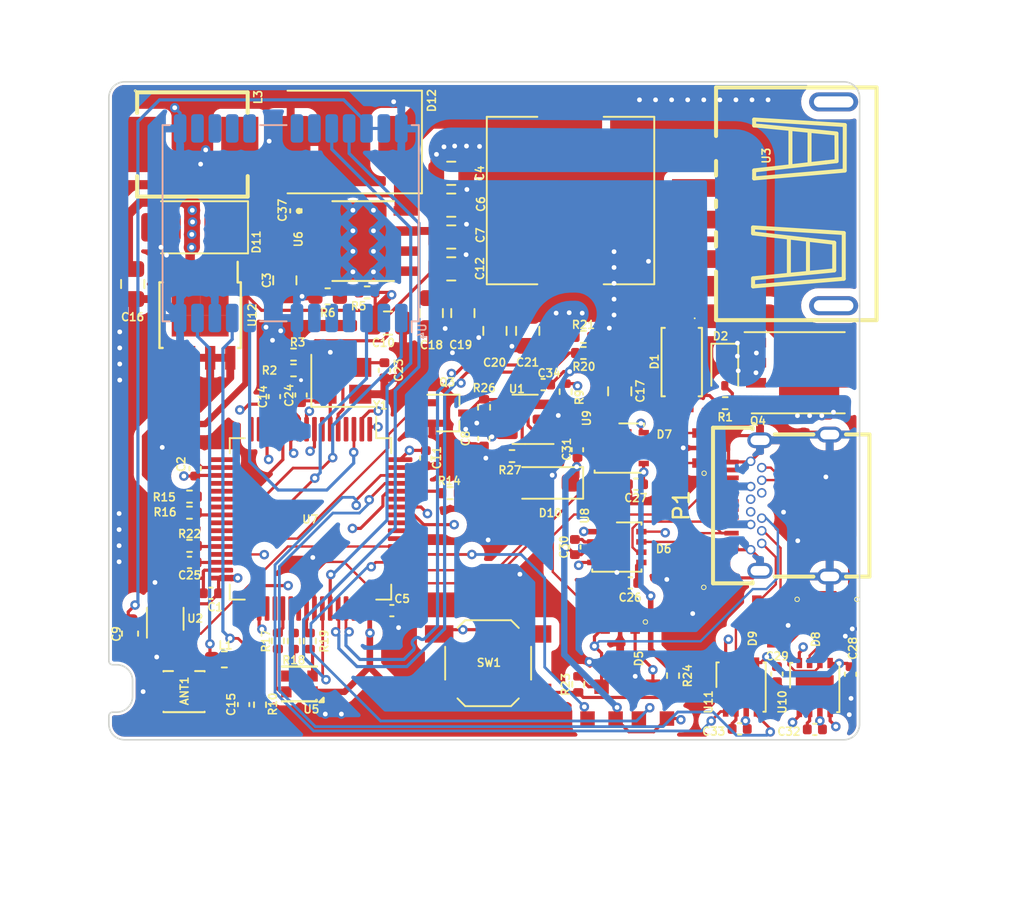
<source format=kicad_pcb>
(kicad_pcb (version 20221018) (generator pcbnew)
  (layers (0 "F.Cu" signal) (1 "In1.Cu" signal) (2 "In2.Cu" signal) (31 "B.Cu" signal) (34 "B.Paste" user) (35 "F.Paste" user) (36 "B.SilkS" user "B.Silkscreen") (37 "F.SilkS" user "F.Silkscreen") (38 "B.Mask" user) (39 "F.Mask" user) (44 "Edge.Cuts" user))
  (net 0 "")
  (net 1 "GND")
  (net 2 "Net-(U4-RF_IN)")
  (net 3 "+5V")
  (net 4 "12V_Protected")
  (net 5 "Net-(C15-Pad1)")
  (net 6 "Net-(U2-OUT)")
  (net 7 "Net-(U7-PH0)")
  (net 8 "Net-(U7-PH1)")
  (net 9 "Net-(U7-VCAP_1)")
  (net 10 "SBU1")
  (net 11 "SBU2")
  (net 12 "CAN0_L")
  (net 13 "CAN0_H")
  (net 14 "CAN1_L")
  (net 15 "CAN1_H")
  (net 16 "CAN2_L")
  (net 17 "CAN2_H")
  (net 18 "CAN3_L")
  (net 19 "CAN3_H")
  (net 20 "Net-(D2-A)")
  (net 21 "BLUE-")
  (net 22 "GREEN-")
  (net 23 "RED-")
  (net 24 "+12V")
  (net 25 "SPI_MOSI")
  (net 26 "SPI_MISO")
  (net 27 "SPI_SCK")
  (net 28 "SPI_NSS")
  (net 29 "UART_RX")
  (net 30 "UART_TX")
  (net 31 "relay_SBU2")
  (net 32 "relay_SBU1")
  (net 33 "USB_LOAD")
  (net 34 "VoltageSens")
  (net 35 "Net-(D11-K)")
  (net 36 "Net-(Q3-C)")
  (net 37 "GPS_LOAD")
  (net 38 "GPS_BOOT")
  (net 39 "Net-(U1-FLG)")
  (net 40 "GPS_TIMEPULSE")
  (net 41 "Net-(U4-VCC_RF)")
  (net 42 "Net-(U7-BOOT0)")
  (net 43 "Net-(U7-PC4)")
  (net 44 "GPS_RESET")
  (net 45 "Net-(U7-PC6)")
  (net 46 "Net-(U7-PC7)")
  (net 47 "Net-(U7-PC9)")
  (net 48 "USB_R_D-")
  (net 49 "USB_R_D+")
  (net 50 "Net-(U7-PB2)")
  (net 51 "GPS_TX")
  (net 52 "GPS_RX")
  (net 53 "USB_D-")
  (net 54 "USB_D+")
  (net 55 "CAN2_EN")
  (net 56 "Net-(U1-ISET)")
  (net 58 "CAN3_EN")
  (net 59 "CAN1_EN")
  (net 61 "CAN0_EN")
  (net 62 "CAN0_RX")
  (net 63 "CAN0_TX")
  (net 67 "CAN1_RX")
  (net 70 "CAN1_TX")
  (net 74 "CAN2_RX")
  (net 75 "CAN2_TX")
  (net 77 "CAN3_RX")
  (net 78 "CAN3_TX")
  (net 80 "USB_PWR")
  (net 87 "+3V3")
  (net 95 "Net-(U6-BOOT)")
  (net 96 "L4")
  (net 97 "VSENSE")
  (footprint "Capacitor_SMD:C_0402_1005Metric" (layer "F.Cu") (at 102.445 51.985 90)
    (fp_text reference "C14")
    (fp_text value "100NF")
  )
  (footprint "Button_Switch_SMD:SW_SPST_SKQG_WithStem" (layer "F.Cu") (at 115.97 68.86)
    (fp_text reference "SW1")
    (fp_text value "SW_Push")
  )
  (footprint "Diode_SMD:D_SMC" (layer "F.Cu") (at 106.87 35.87 180)
    (fp_text reference "D12")
    (fp_text value "SM540C")
  )
  (footprint "Resistor_SMD:R_0402_1005Metric" (layer "F.Cu") (at 117.48 55.75)
    (fp_text reference "R27")
    (fp_text value "2.4K")
  )
  (footprint "BlackPanda:SOT95P230X110-3N" (layer "F.Cu") (at 128.24 55.24 180)
    (fp_text reference "D7")
    (fp_text value "PESD2CAN,215")
  )
  (footprint "Capacitor_SMD:C_0805_2012Metric" (layer "F.Cu") (at 109.63 47.33 180)
    (fp_text reference "C10")
    (fp_text value "47uF")
  )
  (footprint "Resistor_SMD:R_0402_1005Metric" (layer "F.Cu") (at 121.675 70.2 90)
    (fp_text reference "R23")
    (fp_text value "10K")
  )
  (footprint "Resistor_SMD:R_0402_1005Metric" (layer "F.Cu") (at 127.675 69.65 -90)
    (fp_text reference "R24")
    (fp_text value "10K")
  )
  (footprint "Resistor_SMD:R_0402_1005Metric" (layer "F.Cu") (at 108.31 45.39)
    (fp_text reference "R5")
    (fp_text value "10K (1%)")
  )
  (footprint "Package_SO:Diodes_PSOP-8" (layer "F.Cu") (at 97.74 46.83 -90)
    (fp_text reference "U12")
    (fp_text value "XL1509-3.3")
  )
  (footprint "Resistor_SMD:R_0402_1005Metric" (layer "F.Cu") (at 103.65 50.325 180)
    (fp_text reference "R2")
    (fp_text value "1K")
  )
  (footprint "Capacitor_SMD:C_0402_1005Metric" (layer "F.Cu") (at 103.8 40.225 90)
    (fp_text reference "C37")
    (fp_text value "10nF (LOW ESR)")
  )
  (footprint "Capacitor_SMD:C_0402_1005Metric" (layer "F.Cu") (at 97.065 62.485 180)
    (fp_text reference "C25")
    (fp_text value "4.7uF")
  )
  (footprint "Diode_SMD:D_SOD-323" (layer "F.Cu") (at 130.95 50.25 -90)
    (fp_text reference "D2")
    (fp_text value "BAS40WS 43 ")
  )
  (footprint "Resistor_SMD:R_0402_1005Metric" (layer "F.Cu") (at 97.065 59.335)
    (fp_text reference "R16")
    (fp_text value "10K")
  )
  (footprint "Capacitor_SMD:C_0402_1005Metric" (layer "F.Cu") (at 138.9125 69.562 -90)
    (fp_text reference "C28")
    (fp_text value "100NF")
  )
  (footprint "Package_DFN_QFN:DFN-8-1EP_3x3mm_P0.65mm_EP1.55x2.4mm" (layer "F.Cu") (at 124.27 55.245)
    (fp_text reference "U9")
    (fp_text value "TJA1042TK-3")
  )
  (footprint "BlackPanda:U.FL-R-SMT-1" (layer "F.Cu") (at 96.72 70.66 180)
    (fp_text reference "ANT1")
    (fp_text value "U.FL-R-SMT-1")
  )
  (footprint "Resistor_SMD:R_0402_1005Metric" (layer "F.Cu") (at 104.68 67.46 90)
    (fp_text reference "R19")
    (fp_text value "100R")
  )
  (footprint "Capacitor_SMD:C_0402_1005Metric" (layer "F.Cu") (at 109.405 50.32 -90)
    (fp_text reference "C23")
    (fp_text value "10pF")
  )
  (footprint "Capacitor_SMD:C_0402_1005Metric" (layer "F.Cu") (at 125.33 57.535 180)
    (fp_text reference "C27")
    (fp_text value "100NF")
  )
  (footprint "Resistor_SMD:R_0402_1005Metric" (layer "F.Cu") (at 120.875 51.675 -90)
    (fp_text reference "R9")
    (fp_text value "10K")
  )
  (footprint "Package_TO_SOT_SMD:SOT-23-6" (layer "F.Cu") (at 118.3125 53.425 180)
    (fp_text reference "U1")
    (fp_text value "AP22615AWU-7")
  )
  (footprint "Capacitor_SMD:C_0805_2012Metric" (layer "F.Cu") (at 112.37 46.7 90)
    (fp_text reference "C18")
    (fp_text value "47uF")
  )
  (footprint "Capacitor_SMD:C_0402_1005Metric" (layer "F.Cu") (at 112.025 55.885 -90)
    (fp_text reference "C11")
    (fp_text value "100NF")
  )
  (footprint "Package_DFN_QFN:DFN-8-1EP_3x3mm_P0.65mm_EP1.55x2.4mm" (layer "F.Cu") (at 124.1175 61.51)
    (fp_text reference "U8")
    (fp_text value "TJA1042TK-3")
  )
  (footprint "Capacitor_SMD:C_0402_1005Metric" (layer "F.Cu") (at 134.2525 69.552 -90)
    (fp_text reference "C29")
    (fp_text value "100NF")
  )
  (footprint "Capacitor_SMD:C_0402_1005Metric" (layer "F.Cu") (at 104.125 51.885 90)
    (fp_text reference "C24")
    (fp_text value "10pF")
  )
  (footprint "Resistor_SMD:R_0402_1005Metric" (layer "F.Cu") (at 103.67 67.46 90)
    (fp_text reference "R18")
    (fp_text value "110R")
  )
  (footprint "Capacitor_SMD:C_0805_2012Metric" (layer "F.Cu") (at 116.4 47.825 90)
    (fp_text reference "C20")
    (fp_text value "47uF")
  )
  (footprint "Diode_SMD:D_SMA" (layer "F.Cu") (at 97.26 41.27 180)
    (fp_text reference "D11")
    (fp_text value "B320AE-13")
  )
  (footprint "Capacitor_SMD:C_0402_1005Metric" (layer "F.Cu") (at 121.46 61.51 -90)
    (fp_text reference "C30")
    (fp_text value "100NF")
  )
  (footprint "BlackPanda:SOT95P230X110-3N" (layer "F.Cu") (at 133.93 66.22 -90)
    (fp_text reference "D9")
    (fp_text value "PESD2CAN,215")
  )
  (footprint "BlackPanda:SOT23-3" (layer "F.Cu") (at 123.15 71.35 180)
    (fp_text reference "Q1")
    (fp_text value "DDTA143ECA-7-F P08")
  )
  (footprint "Package_TO_SOT_SMD:SOT-363_SC-70-6" (layer "F.Cu") (at 95.53 66.05 90)
    (fp_text reference "U2")
    (fp_text value "SiP32431DR3")
  )
  (footprint "Capacitor_SMD:C_0402_1005Metric" (layer "F.Cu") (at 136.6525 73.052)
    (fp_text reference "C32")
    (fp_text value "100NF")
  )
  (footprint "Capacitor_SMD:C_0805_2012Metric" (layer "F.Cu") (at 118.475 47.825 90)
    (fp_text reference "C21")
    (fp_text value "47uF")
  )
  (footprint "BlackPanda:SOT95P230X110-3N" (layer "F.Cu") (at 124.325 67.65 -90)
    (fp_text reference "D5")
    (fp_text value "PESD2CAN,215")
  )
  (footprint "Inductor_SMD:L_0603_1608Metric" (layer "F.Cu") (at 99.27 68.62 180)
    (fp_text reference "L1")
    (fp_text value "27nH")
  )
  (footprint "Resistor_SMD:R_0402_1005Metric" (layer "F.Cu") (at 102.66 67.45 90)
    (fp_text reference "R17")
    (fp_text value "180R")
  )
  (footprint "BlackPanda:SOT95P230X110-3N" (layer "F.Cu") (at 128.22 62.46 180)
    (fp_text reference "D6")
    (fp_text value "PESD2CAN,215")
  )
  (footprint "BlackPanda:SOT23-3" (layer "F.Cu") (at 126.4 71.35 180)
    (fp_text reference "Q2")
    (fp_text value "DDTA143ECA-7-F P08")
  )
  (footprint "Capacitor_SMD:C_0805_2012Metric" (layer "F.Cu") (at 113.635 43.9)
    (fp_text reference "C12")
    (fp_text value "2.2uF")
  )
  (footprint "Capacitor_SMD:C_0805_2012Metric" (layer "F.Cu") (at 114.37 46.7 90)
    (fp_text reference "C19")
    (fp_text value "47uF")
  )
  (footprint "Resistor_SMD:R_0402_1005Metric" (layer "F.Cu") (at 122 48.205 180)
    (fp_text reference "R21")
    (fp_text value "22R")
  )
  (footprint "BlackPanda:L_10.5x11.5_H4.0" (layer "F.Cu") (at 121.185 39.575 -90)
    (fp_text reference "L4" hide)
    (fp_text value "15uH")
  )
  (footprint "Capacitor_SMD:C_0402_1005Metric" (layer "F.Cu") (at 100.49 71.48 -90)
    (fp_text reference "C15")
    (fp_text value "10NF")
  )
  (footprint "Capacitor_SMD:C_0603_1608Metric" (layer "F.Cu") (at 93.3 66.99 -90)
    (fp_text reference "C9")
    (fp_text value "100nF")
  )
  (footprint "BlackPanda:SOT95P230X110-3N" (layer "F.Cu") (at 137.71 66.22 -90)
    (fp_text reference "D8")
    (fp_text value "PESD2CAN,215")
  )
  (footprint "BlackPanda:CONV_TPS5450DDAR" (layer "F.Cu") (at 108.06 42.14)
    (fp_text reference "U6")
    (fp_text value "TPS5450DDAR")
  )
  (footprint "Capacitor_SMD:C_0805_2012Metric" (layer "F.Cu") (at 124.3 51.65 90)
    (fp_text reference "C17")
    (fp_text value "47uF")
  )
  (footprint "Package_QFP:LQFP-64_10x10mm_P0.5mm" (layer "F.Cu") (at 104.725 59.725 -90)
    (fp_text reference "U7")
    (fp_text value "STM32F413RGTx")
  )
  (footprint "Capacitor_SMD:C_0805_2012Metric" (layer "F.Cu") (at 103.1 44.625 -90)
    (fp_text reference "C3")
    (fp_text value "47uF")
  )
  (footprint "Capacitor_SMD:C_0402_1005Metric" (layer "F.Cu") (at 98.425 64.435 180)
    (fp_text reference "C1")
    (fp_text value "100NF")
  )
  (footprint "BlackPanda:LED-ARRAY-SMD_4P-L2.2-W2.1-BR" (layer "F.Cu") (at 104.025 70.175)
    (fp_text reference "U5")
    (fp_text value "FM-B1921RGBA-SH")
  )
  (footprint "BlackPanda:IND-SMD_L7.3-W6.8" (layer "F.Cu") (at 97.25 36.025 180)
    (fp_text reference "L3")
    (fp_text value "47uH 2A - SMMS0650-470M")
  )
  (footprint "Diode_SMD:D_SOD-123F" (layer "F.Cu") (at 119.775 57.45 180)
    (fp_text reference "D10")
    (fp_text value "BAS70H 115")
  )
  (footprint "Capacitor_SMD:C_0402_1005Metric" (layer "F.Cu") (at 121.625 55.35 -90)
    (fp_text reference "C31")
    (fp_text value "100NF")
  )
  (footprint "Package_TO_SOT_SMD:SOT-323_SC-70" (layer "F.Cu") (at 113.425 53.025)
    (fp_text reference "Q3")
    (fp_text value "PDTC114EU")
  )
  (footprint "Package_SO:PowerPAK_SO-8_Single" (layer "F.Cu") (at 135.6 50.475)
    (fp_text reference "Q4")
    (fp_text value "HY12P03C2")
  )
  (footprint "Capacitor_SMD:C_0805_2012Metric" (layer "F.Cu") (at 113.635 37.85)
    (fp_text reference "C4")
    (fp_text value "2.2uF")
  )
  (footprint "Package_DFN_QFN:DFN-8-1EP_3x3mm_P0.65mm_EP1.55x2.4mm" (layer "F.Cu") (at 136.645 70.4 90)
    (fp_text reference "U10")
    (fp_text value "TJA1042TK-3")
  )
  (footprint "Capacitor_SMD:C_0805_2012Metric" (layer "F.Cu") (at 93.47 44.86 -90)
    (fp_text reference "C16")
    (fp_text value "47uF")
  )
  (footprint "Capacitor_SMD:C_0402_1005Metric" (layer "F.Cu") (at 115.7025 54.635 90)
    (fp_text reference "C8")
    (fp_text value "10uF")
  )
  (footprint "Capacitor_SMD:C_0603_1608Metric" (layer "F.Cu") (at 105.81 45.64)
    (fp_text reference "R6")
    (fp_text value "3.16K (1%)")
  )
  (footprint "Package_DFN_QFN:DFN-8-1EP_3x3mm_P0.65mm_EP1.55x2.4mm" (layer "F.Cu") (at 131.98 70.372 90)
    (fp_text reference "U11")
    (fp_text value "TJA1042TK-3")
  )
  (footprint "Resistor_SMD:R_0402_1005Metric" (layer "F.Cu") (at 97.065 58.315 180)
    (fp_text reference "R15")
    (fp_text value "10K")
  )
  (footprint "BlackPanda:DIOM4325X250N" (layer "F.Cu") (at 128.225 49.8 90)
    (fp_text reference "D1")
    (fp_text value "SMAJ16CA-13-F")
  )
  (footprint "Resistor_SMD:R_0402_1005Metric" (layer "F.Cu") (at 97.065 61.435 180)
    (fp_text reference "R22")
    (fp_text value "10K")
  )
  (footprint "Resistor_SMD:R_0402_1005Metric" (layer "F.Cu") (at 122 49.225)
    (fp_text reference "R20")
    (fp_text value "22R")
  )
  (footprint "Capacitor_SMD:C_0402_1005Metric" (layer "F.Cu") (at 97.425 56.535 90)
    (fp_text reference "C2")
    (fp_text value "100NF")
  )
  (footprint "Capacitor_SMD:C_0402_1005Metric" (layer "F.Cu") (at 109.875 65.535)
    (fp_text reference "C5")
    (fp_text value "100NF")
  )
  (footprint "Capacitor_SMD:C_0402_1005Metric" (layer "F.Cu") (at 124.96 63.78 180)
    (fp_text reference "C26")
    (fp_text value "100NF")
  )
  (footprint "BlackPanda:USB-A-TH_10.0QHHTZB6.3" (layer "F.Cu") (at 133.445029 39.779911 90)
    (fp_text reference "U3")
    (fp_text value "10_0_QHHTZB6_3")
  )
  (footprint "Capacitor_SMD:C_0402_1005Metric" (layer "F.Cu") (at 131.8925 73.022)
    (fp_text reference "C33")
    (fp_text value "100NF")
  )
  (footprint "Resistor_SMD:R_0402_1005Metric" (layer "F.Cu") (at 101.53 71.49 -90)
    (fp_text reference "R10")
    (fp_text value "10R")
  )
  (footprint "Resistor_SMD:R_0402_1005Metric" (layer "F.Cu") (at 113.56 58.1)
    (fp_text reference "R14")
    (fp_text value "10K")
  )
  (footprint "Resistor_SMD:R_0402_1005Metric" (layer "F.Cu") (at 103.65 49.325)
    (fp_text reference "R3")
    (fp_text value "10K")
  )
  (footprint "Resistor_SMD:R_0402_1005Metric" (layer "F.Cu") (at 115.7125 52.665 -90)
    (fp_text reference "R26")
    (fp_text value "10K")
  )
  (footprint "Resistor_SMD:R_0402_1005Metric" (layer "F.Cu") (at 130.975 52.4)
    (fp_text reference "R1")
    (fp_text value "1K")
  )
  (footprint "Crystal:Crystal_SMD_3225-4Pin_3.2x2.5mm" (layer "F.Cu") (at 106.775 50.985)
    (fp_text reference "Y1")
    (fp_text value "X322516MLB4SI")
  )
  (footprint "BlackPanda:USB-C-SMD_TYPE-C-USB-20" (layer "F.Cu") (at 134.484971 58.879967 90)
    (fp_text reference "P1")
    (fp_text value "TYPE-C-31-M-04")
  )
  (footprint "Capacitor_SMD:C_0402_1005Metric" (layer "F.Cu") (at 119.45 51.225 180)
    (fp_text reference "C34")
    (fp_text value "0.1uF")
  )
  (footprint "Capacitor_SMD:C_0805_2012Metric" (layer "F.Cu") (at 113.635 41.883332)
    (fp_text reference "C7")
    (fp_text value "2.2uF")
  )
  (footprint "Capacitor_SMD:C_0805_2012Metric" (layer "F.Cu") (at 113.635 39.866666)
    (fp_text reference "C6")
    (fp_text value "2.2uF")
  )
  (footprint "RF_GPS:ublox_NEO" (layer "B.Cu") (at 103.47 41.01 90)
    (fp_text reference "U4")
    (fp_text value "NEO-M8M")
  )
  (gr_poly (pts (xy 138.534585 32.061229) (xy 138.583836 32.064893) (xy 138.632668 32.070959) (xy 138.680999 32.079392) (xy 138.728748 32.090159) (xy 138.775833 32.103225) (xy 138.822171 32.118557) (xy 138.867681 32.136121) (xy 138.912281 32.155882) (xy 138.955888 32.177806) (xy 138.998421 32.201861) (xy 139.039798 32.228012) (xy 139.079937 32.256224) (xy 139.118756 32.286464) (xy 139.156173 32.318698) (xy 139.192105 32.352892) (xy 139.226299 32.388825) (xy 139.258533 32.426241) (xy 139.288774 32.46506) (xy 139.316986 32.505198) (xy 139.343136 32.546575) (xy 139.367191 32.589108) (xy 139.389116 32.632716) (xy 139.408877 32.677315) (xy 139.42644 32.722825) (xy 139.441772 32.769164) (xy 139.454839 32.816249) (xy 139.465605 32.863998) (xy 139.474039 32.91233) (xy 139.480104 32.961162) (xy 139.483769 33.010413) (xy 139.484998 33.06) (xy 139.484998 72.710002) (xy 139.483769 72.759588) (xy 139.480104 72.808838) (xy 139.474039 72.85767) (xy 139.465605 72.906001) (xy 139.454839 72.953749) (xy 139.441772 73.000834) (xy 139.42644 73.047172) (xy 139.408877 73.092682) (xy 139.389116 73.137282) (xy 139.367191 73.180889) (xy 139.343136 73.223423) (xy 139.316986 73.2648) (xy 139.288774 73.304939) (xy 139.258533 73.343758) (xy 139.226299 73.381176) (xy 139.192105 73.417109) (xy 139.156173 73.451304) (xy 139.118756 73.483538) (xy 139.079937 73.513779) (xy 139.039798 73.541991) (xy 138.998421 73.568142) (xy 138.955888 73.592196) (xy 138.912281 73.614121) (xy 138.867681 73.633882) (xy 138.822171 73.651445) (xy 138.775833 73.666777) (xy 138.728748 73.679843) (xy 138.680999 73.69061) (xy 138.632668 73.699043) (xy 138.583836 73.705108) (xy 138.534585 73.708773) (xy 138.484998 73.710002) (xy 92.960001 73.710002) (xy 92.910414 73.708773) (xy 92.861163 73.705108) (xy 92.812331 73.699042) (xy 92.764 73.690609) (xy 92.716251 73.679842) (xy 92.669166 73.666776) (xy 92.622827 73.651444) (xy 92.577317 73.633881) (xy 92.532717 73.614119) (xy 92.48911 73.592195) (xy 92.446577 73.56814) (xy 92.4052 73.54199) (xy 92.365061 73.513777) (xy 92.326242 73.483537) (xy 92.288825 73.451303) (xy 92.252892 73.417109) (xy 92.218698 73.381176) (xy 92.186463 73.34376) (xy 92.156223 73.304941) (xy 92.128011 73.264802) (xy 92.10186 73.223425) (xy 92.077805 73.180892) (xy 92.055881 73.137284) (xy 92.03612 73.092685) (xy 92.018556 73.047175) (xy 92.003225 73.000837) (xy 91.990159 72.953752) (xy 91.979392 72.906003) (xy 91.970959 72.857671) (xy 91.964893 72.808839) (xy 91.961229 72.759589) (xy 91.96 72.710002) (xy 91.96 72.210002) (xy 91.960307 72.197605) (xy 91.961223 72.185292) (xy 91.96274 72.173084) (xy 91.964848 72.161001) (xy 91.96754 72.149064) (xy 91.970806 72.137293) (xy 91.974639 72.125708) (xy 91.97903 72.11433) (xy 91.98397 72.10318) (xy 91.989451 72.092278) (xy 91.995465 72.081645) (xy 92.002002 72.071301) (xy 92.009056 72.061266) (xy 92.016616 72.051561) (xy 92.024674 72.042208) (xy 92.033223 72.033225) (xy 92.042206 72.024676) (xy 92.051561 72.016618) (xy 92.061265 72.009058) (xy 92.0713 72.002005) (xy 92.081645 71.995467) (xy 92.092278 71.989454) (xy 92.10318 71.983972) (xy 92.11433 71.979032) (xy 92.125707 71.974641) (xy 92.137292 71.970808) (xy 92.149063 71.967542) (xy 92.161001 71.96485) (xy 92.173083 71.962741) (xy 92.185291 71.961225) (xy 92.197604 71.960309) (xy 92.210001 71.960002) (xy 92.459999 71.960002) (xy 92.509587 71.958773) (xy 92.558837 71.955108) (xy 92.607669 71.949043) (xy 92.656001 71.94061) (xy 92.70375 71.929843) (xy 92.750835 71.916777) (xy 92.797174 71.901445) (xy 92.842684 71.883882) (xy 92.887283 71.864121) (xy 92.930891 71.842196) (xy 92.973424 71.818142) (xy 93.014801 71.791991) (xy 93.05494 71.763779) (xy 93.093759 71.733538) (xy 93.131176 71.701304) (xy 93.167108 71.667109) (xy 93.201303 71.631176) (xy 93.233537 71.59376) (xy 93.263778 71.554941) (xy 93.29199 71.514802) (xy 93.318141 71.473425) (xy 93.342195 71.430892) (xy 93.36412 71.387284) (xy 93.383881 71.342684) (xy 93.401445 71.297174) (xy 93.416776 71.250836) (xy 93.429842 71.203751) (xy 93.440609 71.156001) (xy 93.449042 71.107669) (xy 93.455108 71.058837) (xy 93.458772 71.009586) (xy 93.460001 70.959998) (xy 93.460001 69.960002) (xy 93.458772 69.910414) (xy 93.455107 69.861163) (xy 93.449042 69.81233) (xy 93.440609 69.763998) (xy 93.429842 69.716249) (xy 93.416776 69.669164) (xy 93.401444 69.622825) (xy 93.38388 69.577315) (xy 93.364119 69.532716) (xy 93.342194 69.489109) (xy 93.31814 69.446576) (xy 93.291989 69.405199) (xy 93.263777 69.36506) (xy 93.233537 69.326242) (xy 93.201303 69.288826) (xy 93.167108 69.252894) (xy 93.131176 69.218699) (xy 93.09376 69.186465) (xy 93.054941 69.156224) (xy 93.014803 69.128012) (xy 92.973426 69.101861) (xy 92.930893 69.077807) (xy 92.887285 69.055882) (xy 92.842685 69.036121) (xy 92.797175 69.018558) (xy 92.750837 69.003226) (xy 92.703752 68.99016) (xy 92.656002 68.979393) (xy 92.607671 68.97096) (xy 92.558838 68.964895) (xy 92.509587 68.96123) (xy 92.459999 68.960002) (xy 92.210001 68.960002) (xy 92.197604 68.959694) (xy 92.185292 68.958778) (xy 92.173084 68.957262) (xy 92.161001 68.955153) (xy 92.149064 68.952462) (xy 92.137293 68.949195) (xy 92.125708 68.945362) (xy 92.114331 68.940971) (xy 92.103181 68.936031) (xy 92.09228 68.930549) (xy 92.081646 68.924536) (xy 92.071302 68.917998) (xy 92.061268 68.910945) (xy 92.051563 68.903385) (xy 92.042209 68.895327) (xy 92.033225 68.886778) (xy 92.024677 68.877795) (xy 92.016618 68.86844) (xy 92.009058 68.858736) (xy 92.002004 68.848701) (xy 91.995467 68.838356) (xy 91.989453 68.827723) (xy 91.983971 68.816821) (xy 91.979031 68.805671) (xy 91.97464 68.794294) (xy 91.970807 68.782709) (xy 91.96754 68.770938) (xy 91.964848 68.759001) (xy 91.96274 68.746918) (xy 91.961223 68.734711) (xy 91.960307 68.722398) (xy 91.96 68.710002) (xy 91.96 33.06) (xy 91.961229 33.010413) (xy 91.964893 32.961163) (xy 91.970959 32.912331) (xy 91.979392 32.863999) (xy 91.990159 32.81625) (xy 92.003225 32.769165) (xy 92.018557 32.722827) (xy 92.036121 32.677317) (xy 92.055882 32.632717) (xy 92.077806 32.58911) (xy 92.101861 32.546577) (xy 92.128012 32.5052) (xy 92.156224 32.465061) (xy 92.186464 32.426242) (xy 92.218698 32.388825) (xy 92.252892 32.352892) (xy 92.288825 32.318698) (xy 92.326241 32.286463) (xy 92.36506 32.256223) (xy 92.405198 32.228011) (xy 92.446575 32.20186) (xy 92.489108 32.177805) (xy 92.532716 32.155881) (xy 92.577315 32.13612) (xy 92.622826 32.118556) (xy 92.669164 32.103225) (xy 92.716249 32.090159) (xy 92.763998 32.079392) (xy 92.81233 32.070959) (xy 92.861163 32.064893) (xy 92.910414 32.061229) (xy 92.960001 32.06) (xy 138.484998 32.06)) (stroke (width 0.1)) (fill none) (layer "Edge.Cuts"))
  (segment (start 97.945 63.39) (end 97.945 63.045) (width 0.2) (layer "F.Cu") (net 1))
  (segment (start 96.195 56.055) (end 97.425 56.055) (width 0.2) (layer "F.Cu") (net 1))
  (segment (start 134.6205 70.4) (end 136.645 70.4) (width 0.2) (layer "F.Cu") (net 1))
  (segment (start 95.26 42.68) (end 95.61 43.03) (width 0.6) (layer "F.Cu") (net 1))
  (segment (start 98.015 62.975) (end 97.945 63.045) (width 0.2) (layer "F.Cu") (net 1))
  (segment (start 105.675 50.135) (end 104.35 50.135) (width 0.2) (layer "F.Cu") (net 1))
  (segment (start 101.16 57.01) (end 101.45 57.3) (width 0.2) (layer "F.Cu") (net 1))
  (segment (start 124.1175 63.4175) (end 124.48 63.78) (width 0.2) (layer "F.Cu") (net 1))
  (segment (start 109.17 64.35) (end 108.19 64.35) (width 0.2) (layer "F.Cu") (net 1))
  (segment (start 117.45 48.775) (end 116.4 48.775) (width 0.8) (layer "F.Cu") (net 1))
  (segment (start 131.190013 54.894174) (end 131.190013 56.082513) (width 0.2) (layer "F.Cu") (net 1))
  (segment (start 105.98 49.18) (end 105.98 49.83) (width 0.2) (layer "F.Cu") (net 1))
  (segment (start 136.32 70.725) (end 136.32 71.95) (width 0.2) (layer "F.Cu") (net 1))
  (segment (start 114.6 41.075) (end 114.585 41.09) (width 0.75) (layer "F.Cu") (net 1))
  (segment (start 104.19 45.64) (end 105.035 45.64) (width 0.4) (layer "F.Cu") (net 1))
  (segment (start 95.53 68.06) (end 95.53 67) (width 0.2) (layer "F.Cu") (net 1))
  (segment (start 134.2525 70.032) (end 133.9125 70.372) (width 0.2) (layer "F.Cu") (net 1))
  (segment (start 136.32 72.505) (end 136.32 71.95) (width 0.2) (layer "F.Cu") (net 1))
  (segment (start 102.975 55.975) (end 102.975 54.05) (width 0.2) (layer "F.Cu") (net 1))
  (segment (start 114.775 47.65) (end 114.37 47.65) (width 0.8) (layer "F.Cu") (net 1))
  (segment (start 138.36 67.37) (end 137.71 67.37) (width 0.2) (layer "F.Cu") (net 1))
  (segment (start 116.4 48.775) (end 115.9 48.775) (width 0.8) (layer "F.Cu") (net 1))
  (segment (start 131.330412 61.679815) (end 132.59 61.679815) (width 0.2) (layer "F.Cu") (net 1))
  (segment (start 134.06 67.37) (end 134.96 66.47) (width 0.2) (layer "F.Cu") (net 1))
  (segment (start 125.84 43.7) (end 126.12 43.42) (width 0.2) (layer "F.Cu") (net 1))
  (segment (start 112.37 47.65) (end 113.225 47.65) (width 0.8) (layer "F.Cu") (net 1))
  (segment (start 130.465 52.4) (end 129.98 51.915) (width 0.2) (layer "F.Cu") (net 1))
  (segment (start 121.13 50.4) (end 122.39 50.4) (width 0.2) (layer "F.Cu") (net 1))
  (segment (start 110.4 56.475) (end 111.915 56.475) (width 0.2) (layer "F.Cu") (net 1))
  (segment (start 124.47 49.64) (end 125.84 48.27) (width 0.2) (layer "F.Cu") (net 1))
  (segment (start 121.91 61.03) (end 122.065 61.185) (width 0.2) (layer "F.Cu") (net 1))
  (segment (start 133.180043 63.010015) (end 132.730058 63.46) (width 0.2) (layer "F.Cu") (net 1))
  (segment (start 128.305 55.245) (end 127.095 55.245) (width 0.2) (layer "F.Cu") (net 1))
  (segment (start 121.12 50.39) (end 120.99 50.39) (width 0.2) (layer "F.Cu") (net 1))
  (segment (start 101.16 56.19) (end 101.16 57.01) (width 0.2) (layer "F.Cu") (net 1))
  (segment (start 131.629353 54.454834) (end 131.190013 54.894174) (width 0.2) (layer "F.Cu") (net 1))
  (segment (start 131.784507 63.46) (end 131.190013 62.865506) (width 0.2) (layer "F.Cu") (net 1))
  (segment (start 104.125 50.945) (end 104.125 50.36) (width 0.2) (layer "F.Cu") (net 1))
  (segment (start 115.7025 55.7585) (end 115.7025 55.115) (width 0.2) (layer "F.Cu") (net 1))
  (segment (start 104.19 45.64) (end 103.165 45.64) (width 0.4) (layer "F.Cu") (net 1))
  (segment (start 95.61 43.03) (end 95.835 43.255) (width 0.6) (layer "F.Cu") (net 1))
  (segment (start 125.84 48.27) (end 125.84 43.7) (width 0.2) (layer "F.Cu") (net 1))
  (segment (start 134.2525 70.032) (end 134.6205 70.4) (width 0.2) (layer "F.Cu") (net 1))
  (segment (start 136.1725 73.052) (end 136.1725 72.6525) (width 0.2) (layer "F.Cu") (net 1))
  (segment (start 95.34 55.2) (end 96.195 56.055) (width 0.2) (layer "F.Cu") (net 1))
  (segment (start 95.53 64.4) (end 95.53 65.1) (width 0.2) (layer "F.Cu") (net 1))
  (segment (start 132.599865 56.07) (end 133.180043 55.489822) (width 0.2) (layer "F.Cu") (net 1))
  (segment (start 133.1875 62.277315) (end 133.1875 63) (width 0.2) (layer "F.Cu") (net 1))
  (segment (start 100.49 71.96) (end 99.495 71.96) (width 0.2) (layer "F.Cu") (net 1))
  (segment (start 114.585 39.866666) (end 114.585 41.06) (width 0.75) (layer "F.Cu") (net 1))
  (segment (start 121.13 50.4) (end 120.755 50.4) (width 0.2) (layer "F.Cu") (net 1))
  (segment (start 120.41 53.32) (end 120.305 53.425) (width 0.2) (layer "F.Cu") (net 1))
  (segment (start 95.12 68.47) (end 95.53 68.06) (width 0.2) (layer "F.Cu") (net 1))
  (segment (start 121.46 61.03) (end 121.91 61.03) (width 0.2) (layer "F.Cu") (net 1))
  (segment (start 133.180043 55.489822) (end 133.180043 54.747457) (width 0.2) (layer "F.Cu") (net 1))
  (segment (start 124.27 52.63) (end 124.27 55.245) (width 0.5) (layer "F.Cu") (net 1))
  (segment (start 107.975 64.565) (end 107.975 65.4) (width 0.2) (layer "F.Cu") (net 1))
  (segment (start 136.1725 72.6525) (end 136.32 72.505) (width 0.2) (layer "F.Cu") (net 1))
  (segment (start 99.05 62.975) (end 98.015 62.975) (width 0.2) (layer "F.Cu") (net 1))
  (segment (start 94.99 68.47) (end 94.54 68.92) (width 0.2) (layer "F.Cu") (net 1))
  (segment (start 94.99 68.47) (end 95.12 68.47) (width 0.2) (layer "F.Cu") (net 1))
  (segment (start 93.5 68.92) (end 93.3 68.72) (width 0.2) (layer "F.Cu") (net 1))
  (segment (start 114.575 43) (end 114.585 42.99) (width 0.75) (layer "F.Cu") (net 1))
  (segment (start 138.9125 70.042) (end 138.5545 70.4) (width 0.2) (layer "F.Cu") (net 1))
  (segment (start 99.05 56.475) (end 97.845 56.475) (width 0.2) (layer "F.Cu") (net 1))
  (segment (start 94.13 70.66) (end 95.245 70.66) (width 0.2) (layer "F.Cu") (net 1))
  (segment (start 132.884958 54.454834) (end 131.629353 54.454834) (width 0.2) (layer "F.Cu") (net 1))
  (segment (start 113.25 47.675) (end 113.275 47.65) (width 0.8) (layer "F.Cu") (net 1))
  (segment (start 122.72 54.92) (end 121.675 54.92) (width 0.2) (layer "F.Cu") (net 1))
  (segment (start 114.585 42.99) (end 114.585 41.883332) (width 0.75) (layer "F.Cu") (net 1))
  (segment (start 94.54 68.92) (end 93.5 68.92) (width 0.2) (layer "F.Cu") (net 1))
  (segment (start 117.5 48.775) (end 117.475 48.8) (width 0.8) (layer "F.Cu") (net 1))
  (segment (start 115.9 48.775) (end 115.375 48.25) (width 0.8) (layer "F.Cu") (net 1))
  (segment (start 110.76 42.775) (end 108.695 42.775) (width 0.5) (layer "F.Cu") (net 1))
  (segment (start 94.88 63.75) (end 95.53 64.4) (width 0.2) (layer "F.Cu") (net 1))
  (segment (start 124.1175 63.1175) (end 124.1175 63.4175) (width 0.2) (layer "F.Cu") (net 1))
  (segment (start 114.585 38.915) (end 114.585 39.866666) (width 0.75) (layer "F.Cu") (net 1))
  (segment (start 104.125 50.945) (end 104.125 51.405) (width 0.2) (layer "F.Cu") (net 1))
  (segment (start 131.190013 62.865506) (end 131.190013 61.820214) (width 0.2) (layer "F.Cu") (net 1))
  (segment (start 96.585 62.485) (end 96.585 61.465) (width 0.2) (layer "F.Cu") (net 1))
  (segment (start 124.1175 63.1175) (end 124.1175 61.51) (width 0.2) (layer "F.Cu") (net 1))
  (segment (start 122.5675 61.185) (end 123.7925 61.185) (width 0.2) (layer "F.Cu") (net 1))
  (segment (start 115.375 48.25) (end 114.775 47.65) (width 0.8) (layer "F.Cu") (net 1))
  (segment (start 97.845 56.475) (end 97.425 56.055) (width 0.2) (layer "F.Cu") (net 1))
  (segment (start 114.585 43.9) (end 114.585 43.01) (width 0.75) (layer "F.Cu") (net 1))
  (segment (start 97.845 63.49) (end 97.945 63.39) (width 0.2) (layer "F.Cu") (net 1))
  (segment (start 131.655 72.445) (end 131.655 71.922) (width 0.2) (layer "F.Cu") (net 1))
  (segment (start 101.65 57.3) (end 102.975 55.975) (width 0.2) (layer "F.Cu") (net 1))
  (segment (start 117.475 48.8) (end 117.45 48.775) (width 0.8) (layer "F.Cu") (net 1))
  (segment (start 114.585 43.01) (end 114.575 43) (width 0.75) (layer "F.Cu") (net 1))
  (segment (start 113.225 47.65) (end 113.25 47.675) (width 0.8) (layer "F.Cu") (net 1))
  (segment (start 115.824 55.88) (end 116.84 55.88) (width 0.2) (layer "F.Cu") (net 1))
  (segment (start 95.835 43.255) (end 95.835 44.13) (width 0.6) (layer "F.Cu") (net 1))
  (segment (start 131.190013 61.820214) (end 131.330412 61.679815) (width 0.2) (layer "F.Cu") (net 1))
  (segment (start 97.425 55.075) (end 97.71 54.79) (width 0.2) (layer "F.Cu") (net 1))
  (segment (start 99.495 71.96) (end 98.195 70.66) (width 0.2) (layer "F.Cu") (net 1))
  (segment (start 133.9125 70.372) (end 131.98 70.372) (width 0.2) (layer "F.Cu") (net 1))
  (segment (start 131.655 71.922) (end 131.655 70.697) (width 0.2) (layer "F.Cu") (net 1))
  (segment (start 108.19 64.35) (end 107.975 64.565) (width 0.2) (layer "F.Cu") (net 1))
  (segment (start 114.585 38.835) (end 114.625 38.875) (width 0.75) (layer "F.Cu") (net 1))
  (segment (start 96.555 59.335) (end 96.555 61.435) (width 0.2) (layer "F.Cu") (net 1))
  (segment (start 124.27 56.955) (end 124.27 55.245) (width 0.2) (layer "F.Cu") (net 1))
  (segment (start 138.5545 70.4) (end 136.645 70.4) (width 0.2) (layer "F.Cu") (net 1))
  (segment (start 95.14 63.49) (end 97.845 63.49) (width 0.2) (layer "F.Cu") (net 1))
  (segment (start 122.065 61.185) (end 122.5675 61.185) (width 0.2) (layer "F.Cu") (net 1))
  (segment (start 122.72 54.92) (end 123.945 54.92) (width 0.2) (layer "F.Cu") (net 1))
  (segment (start 120.755 50.4) (end 119.93 51.225) (width 0.2) (layer "F.Cu") (net 1))
  (segment (start 120.305 53.425) (end 119.45 53.425) (width 0.2) (layer "F.Cu") (net 1))
  (segment (start 131.4125 73.022) (end 131.4125 72.6875) (width 0.2) (layer "F.Cu") (net 1))
  (segment (start 120.0245 56.4705) (end 121.625 54.87) (width 0.2) (layer "F.Cu") (net 1))
  (segment (start 95.26 42.53) (end 95.26 41.27) (width 0.6) (layer "F.Cu") (net 1))
  (segment (start 97.945 63.045) (end 97.945 64.435) (width 0.2) (layer "F.Cu") (net 1))
  (segment (start 122.39 50.4) (end 123.15 49.64) (width 0.2) (layer "F.Cu") (net 1))
  (segment (start 120.41 53.18) (end 120.41 53.32) (width 0.2) (layer "F.Cu") (net 1))
  (segment (start 120.0245 56.96) (end 120.0245 56.4705) (width 0.2) (layer "F.Cu") (net 1))
  (segment (start 124.85 57.535) (end 124.27 56.955) (width 0.2) (layer "F.Cu") (net 1))
  (segment (start 114.585 41.09) (end 114.585 41.883332) (width 0.75) (layer "F.Cu") (net 1))
  (segment (start 95.26 42.53) (end 95.26 42.68) (width 0.6) (layer "F.Cu") (net 1))
  (segment (start 113.275 47.65) (end 114.37 47.65) (width 0.8) (layer "F.Cu") (net 1))
  (segment (start 97.71 54.79) (end 99.76 54.79) (width 0.2) (layer "F.Cu") (net 1))
  (segment (start 94.88 63.75) (end 95.14 63.49) (width 0.2) (layer "F.Cu") (net 1))
  (segment (start 128.32 55.23) (end 128.305 55.245) (width 0.2) (layer "F.Cu") (net 1))
  (segment (start 118.475 48.775) (end 117.5 48.775) (width 0.8) (layer "F.Cu") (net 1))
  (segment (start 131.4125 72.6875) (end 131.655 72.445) (width 0.2) (layer "F.Cu") (net 1))
  (segment (start 132.730058 63.46) (end 131.784507 63.46) (width 0.2) (layer "F.Cu") (net 1))
  (segment (start 121.13 50.4) (end 121.12 50.39) (width 0.2) (layer "F.Cu") (net 1))
  (segment (start 114.585 37.85) (end 114.585 38.835) (width 0.75) (layer "F.Cu") (net 1))
  (segment (start 99.76 54.79) (end 101.16 56.19) (width 0.2) (layer "F.Cu") (net 1))
  (segment (start 123.15 49.64) (end 124.47 49.64) (width 0.2) (layer "F.Cu") (net 1))
  (segment (start 97.425 56.055) (end 97.425 55.075) (width 0.2) (layer "F.Cu") (net 1))
  (segment (start 114.625 38.875) (end 114.585 38.915) (width 0.75) (layer "F.Cu") (net 1))
  (segment (start 93.3 68.72) (end 93.3 67.765) (width 0.2) (layer "F.Cu") (net 1))
  (segment (start 104.35 50.135) (end 104.16 50.325) (width 0.2) (layer "F.Cu") (net 1))
  (segment (start 132.5875 61.677315) (end 133.1875 62.277315) (width 0.2) (layer "F.Cu") (net 1))
  (segment (start 101.45 57.3) (end 101.65 57.3) (width 0.2) (layer "F.Cu") (net 1))
  (segment (start 110.355 65.535) (end 109.17 64.35) (width 0.2) (layer "F.Cu") (net 1))
  (segment (start 129.98 51.915) (end 128.225 51.915) (width 0.2) (layer "F.Cu") (net 1))
  (segment (start 138.58 67.15) (end 138.36 67.37) (width 0.2) (layer "F.Cu") (net 1))
  (segment (start 114.585 41.06) (end 114.6 41.075) (width 0.75) (layer "F.Cu") (net 1))
  (segment (start 131.2275 56.12) (end 132.5375 56.12) (width 0.2) (layer "F.Cu") (net 1))
  (segment (start 115.824 55.88) (end 115.7025 55.7585) (width 0.2) (layer "F.Cu") (net 1))
  (via (at 114.575 43) (size 0.6) (drill 0.3) (layers "F.Cu" "B.Cu") (net 1))
  (via (at 133.69 33.2) (size 0.6) (drill 0.3) (layers "F.Cu" "B.Cu") (net 1))
  (via (at 92.61 61.4225) (size 0.6) (drill 0.3) (layers "F.Cu" "B.Cu") (net 1))
  (via (at 125.28 69.69) (size 0.6) (drill 0.3) (layers "F.Cu" "B.Cu") (net 1))
  (via (at 102.108 35.814) (size 0.6) (drill 0.3) (layers "F.Cu" "B.Cu") (net 1))
  (via (at 109.99 33.32) (size 0.6) (drill 0.3) (layers "F.Cu" "B.Cu") (net 1))
  (via (at 139.02 66.69) (size 0.6) (drill 0.3) (layers "F.Cu" "B.Cu") (net 1))
  (via (at 122.37 68.78) (size 0.6) (drill 0.3) (layers "F.Cu" "B.Cu") (net 1))
  (via (at 135.57 61.11) (size 0.6) (drill 0.3) (layers "F.Cu" "B.Cu") (net 1))
  (via (at 104.19 45.64) (size 0.6) (drill 0.3) (layers "F.Cu" "B.Cu") (net 1))
  (via (at 92.65 48.905) (size 0.6) (drill 0.3) (layers "F.Cu" "B.Cu") (net 1))
  (via (at 114.6 41.075) (size 0.6) (drill 0.3) (layers "F.Cu" "B.Cu") (net 1))
  (via (at 134.67 59.3) (size 0.6) (drill 0.3) (layers "F.Cu" "B.Cu") (net 1))
  (via (at 123.94 46.82) (size 0.6) (drill 0.3) (layers "F.Cu" "B.Cu") (net 1))
  (via (at 92.61 59.3875) (size 0.6) (drill 0.3) (layers "F.Cu" "B.Cu") (net 1))
  (via (at 113.25 47.675) (size 0.6) (drill 0.3) (layers "F.Cu" "B.Cu") (net 1))
  (via (at 110.3 66.61) (size 0.6) (drill 0.3) (layers "F.Cu" "B.Cu") (net 1))
  (via (at 98.09 36.37) (size 0.6) (drill 0.3) (layers "F.Cu" "B.Cu") (net 1))
  (via (at 123.94 43.8125) (size 0.6) (drill 0.3) (layers "F.Cu" "B.Cu") (net 1))
  (via (at 123.94 44.815) (size 0.6) (drill 0.3) (layers "F.Cu" "B.Cu") (net 1))
  (via (at 138.94 71.09) (size 0.6) (drill 0.3) (layers "F.Cu" "B.Cu") (net 1))
  (via (at 94.99 68.47) (size 0.6) (drill 0.3) (layers "F.Cu" "B.Cu") (net 1))
  (via (at 95.61 43.03) (size 0.6) (drill 0.3) (layers "F.Cu" "B.Cu") (net 1))
  (via (at 120.41 53.18) (size 0.6) (drill 0.3) (layers "F.Cu" "B.Cu") (net 1))
  (via (at 123.94 45.8175) (size 0.6) (drill 0.3) (layers "F.Cu" "B.Cu") (net 1))
  (via (at 117.475 48.8) (size 0.6) (drill 0.3) (layers "F.Cu" "B.Cu") (net 1))
  (via (at 125.55 33.2) (size 0.6) (drill 0.3) (layers "F.Cu" "B.Cu") (net 1))
  (via (at 137.35 57.07) (size 0.6) (drill 0.3) (layers "F.Cu" "B.Cu") (net 1))
  (via (at 123.64 47.65) (size 0.6) (drill 0.3) (layers "F.Cu" "B.Cu") (net 1))
  (via (at 126.12 43.42) (size 0.6) (drill 0.3) (layers "F.Cu" "B.Cu") (net 1))
  (via (at 121.13 50.4) (size 0.6) (drill 0.3) (layers "F.Cu" "B.Cu") (net 1))
  (via (at 115.824 55.88) (size 0.6) (drill 0.3) (layers "F.Cu" "B.Cu") (net 1))
  (via (at 97.77 37.27) (size 0.6) (drill 0.3) (layers "F.Cu" "B.Cu") (net 1))
  (via (at 92.61 62.44) (size 0.6) (drill 0.3) (layers "F.Cu" "B.Cu") (net 1))
  (via (at 128.32 55.23) (size 0.6) (drill 0.3) (layers "F.Cu" "B.Cu") (net 1))
  (via (at 95.26 42.53) (size 0.6) (drill 0.3) (layers "F.Cu" "B.Cu") (net 1))
  (via (at 131.655 33.2) (size 0.6) (drill 0.3) (layers "F.Cu" "B.Cu") (net 1))
  (via (at 127.585 33.2) (size 0.6) (drill 0.3) (layers "F.Cu" "B.Cu") (net 1))
  (via (at 102.84 47.82) (size 0.6) (drill 0.3) (layers "F.Cu" "B.Cu") (net 1))
  (via (at 117.98 63.23) (size 0.6) (drill 0.3) (layers "F.Cu" "B.Cu") (net 1))
  (via (at 130.6375 33.2) (size 0.6) (drill 0.3) (layers "F.Cu" "B.Cu") (net 1))
  (via (at 92.61 60.405) (size 0.6) (drill 0.3) (layers "F.Cu" "B.Cu") (net 1))
  (via (at 114.625 38.875) (size 0.6) (drill 0.3) (layers "F.Cu" "B.Cu") (net 1))
  (via (at 124.1175 63.1175) (size 0.6) (drill 0.3) (layers "F.Cu" "B.Cu") (net 1))
  (via (at 105.98 49.18) (size 0.6) (drill 0.3) (layers "F.Cu" "B.Cu") (net 1))
  (via (at 128.6025 33.2) (size 0.6) (drill 0.3) (layers "F.Cu" "B.Cu") (net 1))
  (via (at 95.34 55.2) (size 0.6) (drill 0.3) (layers "F.Cu" "B.Cu") (net 1))
  (via (at 92.65 47.8875) (size 0.6) (drill 0.3) (layers "F.Cu" "B.Cu") (net 1))
  (via (at 101.91 47.59) (size 0.6) (drill 0.3) (layers "F.Cu" "B.Cu") (net 1))
  (via (at 127.28 63.56) (size 0.6) (drill 0.3) (layers "F.Cu" "B.Cu") (net 1))
  (via (at 120.0245 56.96) (size 0.6) (drill 0.3) (layers "F.Cu" "B.Cu") (net 1))
  (via (at 115.97 61.06) (size 0.6) (drill 0.3) (layers "F.Cu" "B.Cu") (net 1))
  (via (at 94.88 63.75) (size 0.6) (drill 0.3) (layers "F.Cu" "B.Cu") (net 1))
  (via (at 126.5675 33.2) (size 0.6) (drill 0.3) (layers "F.Cu" "B.Cu") (net 1))
  (via (at 94.13 70.66) (size 0.6) (drill 0.3) (layers "F.Cu" "B.Cu") (net 1))
  (via (at 96.13 33.7) (size 0.6) (drill 0.3) (layers "F.Cu" "B.Cu") (net 1))
  (via (at 106.68 72.08) (size 0.6) (drill 0.3) (layers "F.Cu" "B.Cu") (net 1))
  (via (at 132.6725 33.2) (size 0.6) (drill 0.3) (layers "F.Cu" "B.Cu") (net 1))
  (via (at 138.83 72.12) (size 0.6) (drill 0.3) (layers "F.Cu" "B.Cu") (net 1))
  (via (at 102.32 48.42) (size 0.6) (drill 0.3) (layers "F.Cu" "B.Cu") (net 1))
  (via (at 104.125 50.945) (size 0.45) (drill 0.25) (layers "F.Cu" "B.Cu") (net 1))
  (via (at 113.71 49.21) (size 0.6) (drill 0.3) (layers "F.Cu" "B.Cu") (net 1))
  (via (at 105.6625 72.08) (size 0.6) (drill 0.3) (layers "F.Cu" "B.Cu") (net 1))
  (via (at 92.65 49.9225) (size 0.6) (drill 0.3) (layers "F.Cu" "B.Cu") (net 1))
  (via (at 134.96 66.47) (size 0.6) (drill 0.3) (layers "F.Cu" "B.Cu") (net 1))
  (via (at 104.87 62.17) (size 0.6) (drill 0.3) (layers "F.Cu" "B.Cu") (net 1))
  (via (at 123.94 42.81) (size 0.6) (drill 0.3) (layers "F.Cu" "B.Cu") (net 1))
  (via (at 138.58 67.15) (size 0.6) (drill 0.3) (layers "F.Cu" "B.Cu") (net 1))
  (via (at 129.62 33.2) (size 0.6) (drill 0.3) (layers "F.Cu" "B.Cu") (net 1))
  (via (at 92.65 50.94) (size 0.6) (drill 0.3) (layers "F.Cu" "B.Cu") (net 1))
  (via (at 115.375 48.25) (size 0.6) (drill 0.3) (layers "F.Cu" "B.Cu") (net 1))
  (via (at 128.92 65.72) (size 0.6) (drill 0.3) (layers "F.Cu" "B.Cu") (net 1))
  (segment (start 97 45.31) (end 96.47 45.84) (width 0.3) (layer "B.Cu") (net 1))
  (segment (start 110.47 33.8) (end 110.47 35.01) (width 0.2) (layer "B.Cu") (net 1))
  (segment (start 95.61 43.03) (end 95.61 46.15) (width 0.6) (layer "B.Cu") (net 1))
  (segment (start 103.87 47.01) (end 103.87 45.96) (width 0.2) (layer "B.Cu") (net 1))
  (segment (start 95.26 42.53) (end 95.26 42.68) (width 0.6) (layer "B.Cu") (net 1))
  (segment (start 96.47 45.84) (end 96.47 47.01) (width 0.3) (layer "B.Cu") (net 1))
  (segment (start 103.87 45.96) (end 104.19 45.64) (width 0.2) (layer "B.Cu") (net 1))
  (segment (start 95.26 42.68) (end 95.61 43.03) (width 0.6) (layer "B.Cu") (net 1))
  (segment (start 98.67 45.78) (end 98.2 45.31) (width 0.3) (layer "B.Cu") (net 1))
  (segment (start 95.61 46.15) (end 96.47 47.01) (width 0.6) (layer "B.Cu") (net 1))
  (segment (start 109.99 33.32) (end 110.47 33.8) (width 0.2) (layer "B.Cu") (net 1))
  (segment (start 96.13 33.7) (end 96.47 34.04) (width 0.2) (layer "B.Cu") (net 1))
  (segment (start 96.47 34.04) (end 96.47 35.01) (width 0.2) (layer "B.Cu") (net 1))
  (segment (start 98.67 47.01) (end 98.67 45.78) (width 0.3) (layer "B.Cu") (net 1))
  (segment (start 98.2 45.31) (end 97 45.31) (width 0.3) (layer "B.Cu") (net 1))
  (segment (start 98.4825 68.62) (end 97.9675 69.135) (width 0.2) (layer "F.Cu") (net 2))
  (segment (start 98.36 67.64) (end 98.36 68.4975) (width 0.2) (layer "F.Cu") (net 2))
  (segment (start 97.9675 69.135) (end 96.72 69.135) (width 0.2) (layer "F.Cu") (net 2))
  (via (at 98.36 67.64) (size 0.6) (drill 0.3) (layers "F.Cu" "B.Cu") (net 2))
  (segment (start 98.34 67.62) (end 98.34 48.94) (width 0.2) (layer "B.Cu") (net 2))
  (segment (start 98.34 48.94) (end 97.57 48.17) (width 0.2) (layer "B.Cu") (net 2))
  (segment (start 97.57 48.17) (end 97.57 47.01) (width 0.2) (layer "B.Cu") (net 2))
  (segment (start 98.36 67.64) (end 98.34 67.62) (width 0.2) (layer "B.Cu") (net 2))
  (segment (start 121.86 61.99) (end 122.015 61.835) (width 0.2) (layer "F.Cu") (net 3))
  (segment (start 108.82 46.24) (end 108.535 46.525) (width 0.2) (layer "F.Cu") (net 3))
  (segment (start 94.25 54.52) (end 94.25 56.9) (width 0.4) (layer "F.Cu") (net 3))
  (segment (start 103.1 43.675) (end 100.1 43.675) (width 0.5) (layer "F.Cu") (net 3))
  (segment (start 114.655 54.155) (end 114.55 54.05) (width 0.2) (layer "F.Cu") (net 3))
  (segment (start 115.2725 53.615) (end 115.2725 53.6375) (width 0.2) (layer "F.Cu") (net 3))
  (segment (start 121.58 56.43) (end 121.58 57.045) (width 0.35) (layer "F.Cu") (net 3))
  (segment (start 121.465 51.165) (end 120.875 51.165) (width 0.2) (layer "F.Cu") (net 3))
  (segment (start 136.97 71.95) (end 136.97 72.8895) (width 0.2) (layer "F.Cu") (net 3))
  (segment (start 132.3725 72.6225) (end 132.3725 73.022) (width 0.2) (layer "F.Cu") (net 3))
  (segment (start 121.575 56.425) (end 121.58 56.43) (width 0.35) (layer "F.Cu") (net 3))
  (segment (start 100.61 51.17) (end 98.06 53.72) (width 0.4) (layer "F.Cu") (net 3))
  (segment (start 108.68 46.65) (end 108.68 47.33) (width 0.5) (layer "F.Cu") (net 3))
  (segment (start 109.79 45.54) (end 108.68 46.65) (width 0.5) (layer "F.Cu") (net 3))
  (segment (start 121.61 51.31) (end 121.465 51.165) (width 0.2) (layer "F.Cu") (net 3))
  (segment (start 94.25 56.9) (end 95.665 58.315) (width 0.4) (layer "F.Cu") (net 3))
  (segment (start 128.096 72.366) (end 128.17 72.44) (width 0.2) (layer "F.Cu") (net 3))
  (segment (start 115.7125 53.7825) (end 115.7125 54.145) (width 0.2) (layer "F.Cu") (net 3))
  (segment (start 101.625 46.525) (end 99.645 44.545) (width 0.2) (layer "F.Cu") (net 3))
  (segment (start 116.0775 54.53) (end 115.7725 54.225) (width 0.2) (layer "F.Cu") (net 3))
  (segment (start 126.455 73.2) (end 127.289 72.366) (width 0.2) (layer "F.Cu") (net 3))
  (segment (start 121.63 51.31) (end 121.61 51.31) (width 0.2) (layer "F.Cu") (net 3))
  (segment (start 116.21 54.53) (end 116.72 54.53) (width 0.2) (layer "F.Cu") (net 3))
  (segment (start 109.86 45.54) (end 109.79 45.54) (width 0.5) (layer "F.Cu") (net 3))
  (segment (start 124.039 72.366) (end 124.873 73.2) (width 0.2) (layer "F.Cu") (net 3))
  (segment (start 116.21 54.53) (end 116.0775 54.53) (width 0.2) (layer "F.Cu") (net 3))
  (segment (start 121.01 61.54) (end 121.46 61.99) (width 0.2) (layer "F.Cu") (net 3))
  (segment (start 99.645 44.545) (end 100.61 45.51) (width 0.4) (layer "F.Cu") (net 3))
  (segment (start 122.015 61.835) (end 122.5675 61.835) (width 0.2) (layer "F.Cu") (net 3))
  (segment (start 120.875 46.675) (end 120.9 46.7) (width 0.5) (layer "F.Cu") (net 3))
  (segment (start 122.72 55.57) (end 121.885 55.57) (width 0.2) (layer "F.Cu") (net 3))
  (segment (start 100.61 45.51) (end 100.61 51.17) (width 0.4) (layer "F.Cu") (net 3))
  (segment (start 121.885 55.57) (end 121.625 55.83) (width 0.2) (layer "F.Cu") (net 3))
  (segment (start 95.05 53.72) (end 94.25 54.52) (width 0.4) (layer "F.Cu") (net 3))
  (segment (start 120.86 61.54) (end 121.01 61.54) (width 0.2) (layer "F.Cu") (net 3))
  (segment (start 108.82 45.39) (end 108.82 46.24) (width 0.2) (layer "F.Cu") (net 3))
  (segment (start 118.475 46.875) (end 116.4 46.875) (width 0.8) (layer "F.Cu") (net 3))
  (segment (start 108.535 46.525) (end 101.625 46.525) (width 0.2) (layer "F.Cu") (net 3))
  (segment (start 100.1 43.675) (end 99.645 44.13) (width 0.5) (layer "F.Cu") (net 3))
  (segment (start 132.26 72.45) (end 132.305 72.405) (width 0.2) (layer "F.Cu") (net 3))
  (segment (start 112.37 45.75) (end 114.37 45.75) (width 0.8) (layer "F.Cu") (net 3))
  (segment (start 132.305 72.405) (end 132.305 71.922) (width 0.2) (layer "F.Cu") (net 3))
  (segment (start 115.2725 53.6375) (end 115.5675 53.6375) (width 0.2) (layer "F.Cu") (net 3))
  (segment (start 115.7025 54.155) (end 114.655 54.155) (width 0.2) (layer "F.Cu") (net 3))
  (segment (start 95.665 58.315) (end 96.555 58.315) (width 0.4) (layer "F.Cu") (net 3))
  (segment (start 109.86 45.54) (end 109.71 45.39) (width 0.2) (layer "F.Cu") (net 3))
  (segment (start 124.13 71.66) (end 124.039 71.751) (width 0.2) (layer "F.Cu") (net 3))
  (segment (start 127.289 72.366) (end 128.096 72.366) (width 0.2) (layer "F.Cu") (net 3))
  (segment (start 121.58 57.045) (end 121.175 57.45) (width 0.35) (layer "F.Cu") (net 3))
  (segment (start 132.26 72.51) (end 132.3725 72.6225) (width 0.2) (layer "F.Cu") (net 3))
  (segment (start 115.5675 53.6375) (end 115.7125 53.7825) (width 0.2) (layer "F.Cu") (net 3))
  (segment (start 98.06 53.72) (end 95.05 53.72) (width 0.4) (layer "F.Cu") (net 3))
  (segment (start 124.039 71.751) (end 124.039 72.366) (width 0.2) (layer "F.Cu") (net 3))
  (segment (start 121.575 55.88) (end 121.575 56.425) (width 0.35) (layer "F.Cu") (net 3))
  (segment (start 114.37 45.75) (end 115.275 45.75) (width 0.8) (layer "F.Cu") (net 3))
  (segment (start 115.275 45.75) (end 116.4 46.875) (width 0.8) (layer "F.Cu") (net 3))
  (segment (start 115.7125 53.175) (end 115.2725 53.615) (width 0.2) (layer "F.Cu") (net 3))
  (segment (start 132.26 72.51) (end 132.26 72.45) (width 0.2) (layer "F.Cu") (net 3))
  (segment (start 118.635 46.875) (end 121.185 44.325) (width 0.8) (layer "F.Cu") (net 3))
  (segment (start 121.46 61.99) (end 121.86 61.99) (width 0.2) (layer "F.Cu") (net 3))
  (segment (start 124.873 73.2) (end 126.455 73.2) (width 0.2) (layer "F.Cu") (net 3))
  (segment (start 109.71 45.39) (end 108.82 45.39) (width 0.2) (layer "F.Cu") (net 3))
  (via (at 136.97 72.51) (size 0.6) (drill 0.3) (layers "F.Cu" "B.Cu") (net 3))
  (via (at 132.26 72.51) (size 0.6) (drill 0.3) (layers "F.Cu" "B.Cu") (net 3))
  (via (at 128.17 72.44) (size 0.6) (drill 0.3) (layers "F.Cu" "B.Cu") (net 3))
  (via (at 116.21 54.53) (size 0.6) (drill 0.3) (layers "F.Cu" "B.Cu") (net 3))
  (via (at 115.25 53.66) (size 0.6) (drill 0.3) (layers "F.Cu" "B.Cu") (net 3))
  (via (at 114.55 54.05) (size 0.6) (drill 0.3) (layers "F.Cu" "B.Cu") (net 3))
  (via (at 121.63 51.31) (size 0.6) (drill 0.3) (layers "F.Cu" "B.Cu") (net 3))
  (via (at 121.925 46.7) (size 0.6) (drill 0.3) (layers "F.Cu" "B.Cu") (net 3))
  (via (at 121.575 56.425) (size 0.6) (drill 0.3) (layers "F.Cu" "B.Cu") (net 3))
  (via (at 121.1 46.675) (size 0.6) (drill 0.3) (layers "F.Cu" "B.Cu") (net 3))
  (via (at 124.13 71.66) (size 0.6) (drill 0.3) (layers "F.Cu" "B.Cu") (net 3))
  (via (at 120.275 46.7) (size 0.6) (drill 0.3) (layers "F.Cu" "B.Cu") (net 3))
  (via (at 120.86 61.54) (size 0.6) (drill 0.3) (layers "F.Cu" "B.Cu") (net 3))
  (via (at 109.86 45.54) (size 0.6) (drill 0.3) (layers "F.Cu" "B.Cu") (net 3))
  (segment (start 120.79 68.32) (end 124.13 71.66) (width 0.4) (layer "B.Cu") (net 3))
  (segment (start 120.86 61.54) (end 120.86 57.14) (width 0.4) (layer "B.Cu") (net 3))
  (segment (start 120.86 57.14) (end 121.575 56.425) (width 0.4) (layer "B.Cu") (net 3))
  (segment (start 120.86 61.54) (end 120.79 61.61) (width 0.4) (layer "B.Cu") (net 3))
  (segment (start 120.79 61.61) (end 120.79 68.32) (width 0.4) (layer "B.Cu") (net 3))
  (segment (start 113.175 36.175) (end 113.85 36.125) (width 0.75) (layer "F.Cu") (net 4))
  (segment (start 132.95 49.225) (end 132.93 49.245) (width 0.35) (layer "F.Cu") (net 4))
  (segment (start 112.301668 41.5) (end 110.765 41.5) (width 0.5) (layer "F.Cu") (net 4))
  (segment (start 109.57 48.15) (end 109.57 46.9) (width 0.2) (layer "F.Cu") (net 4))
  (segment (start 113.15 36.175) (end 113.175 36.175) (width 0.75) (layer "F.Cu") (net 4))
  (segment (start 132.925 50.475) (end 132.93 50.47) (width 0.35) (layer "F.Cu") (net 4))
  (segment (start 131.925 50.5) (end 131.8 50.375) (width 0.35) (layer "F.Cu") (net 4))
  (segment (start 113.175 36.175) (end 113.175 36.15) (width 0.75) (layer "F.Cu") (net 4))
  (segment (start 109.57 46.9) (end 112.57 43.9) (width 0.2) (layer "F.Cu") (net 4))
  (segment (start 131.75 49.425) (end 131.75 48.6) (width 0.35) (layer "F.Cu") (net 4))
  (segment (start 131.75 48.6) (end 131.72 48.57) (width 0.35) (layer "F.Cu") (net 4))
  (segment (start 132.93 50.48) (end 132.925 50.475) (width 0.35) (layer "F.Cu") (net 4))
  (segment (start 112.685 39.866666) (end 112.685 41.883332) (width 0.75) (layer "F.Cu") (net 4))
  (segment (start 131.775 50.35) (end 131.75 50.325) (width 0.35) (layer "F.Cu") (net 4))
  (segment (start 112.685 41.883332) (end 112.301668 41.5) (width 0.5) (layer "F.Cu") (net 4))
  (segment (start 113.85 36.125) (end 114.6 36.125) (width 0.75) (layer "F.Cu") (net 4))
  (segment (start 132.9 50.5) (end 131.925 50.5) (width 0.35) (layer "F.Cu") (net 4))
  (segment (start 131.8 50.35) (end 131.775 50.35) (width 0.35) (layer "F.Cu") (net 4))
  (segment (start 132.93 49.205) (end 132.95 49.225) (width 0.35) (layer "F.Cu") (net 4))
  (segment (start 132.93 48.57) (end 132.93 49.205) (width 0.35) (layer "F.Cu") (net 4))
  (segment (start 114.6 36.125) (end 115.425 36.15) (width 0.75) (layer "F.Cu") (net 4))
  (segment (start 131.58 48.57) (end 130.95 49.2) (width 0.35) (layer "F.Cu") (net 4))
  (segment (start 131.8 50.375) (end 131.8 50.35) (width 0.35) (layer "F.Cu") (net 4))
  (segment (start 131.78 48.57) (end 131.75 48.6) (width 0.35) (layer "F.Cu") (net 4))
  (segment (start 132.93 50.47) (end 132.93 49.84) (width 0.35) (layer "F.Cu") (net 4))
  (segment (start 132.93 49.245) (end 132.93 49.84) (width 0.35) (layer "F.Cu") (net 4))
  (segment (start 131.72 48.57) (end 131.58 48.57) (width 0.35) (layer "F.Cu") (net 4))
  (segment (start 112.685 37.85) (end 112.685 39.866666) (width 0.75) (layer "F.Cu") (net 4))
  (segment (start 104.16 49.325) (end 105.035 48.45) (width 0.2) (layer "F.Cu") (net 4))
  (segment (start 109.27 48.45) (end 109.57 48.15) (width 0.2) (layer "F.Cu") (net 4))
  (segment (start 131.75 50.325) (end 131.75 49.425) (width 0.35) (layer "F.Cu") (net 4))
  (segment (start 132.93 51.11) (end 132.93 50.48) (width 0.35) (layer "F.Cu") (net 4))
  (segment (start 112.7 36.65) (end 112.685 36.64) (width 0.75) (layer "F.Cu") (net 4))
  (segment (start 132.925 50.475) (end 132.9 50.5) (width 0.35) (layer "F.Cu") (net 4))
  (segment (start 112.685 43.9) (end 112.685 41.883332) (width 0.75) (layer "F.Cu") (net 4))
  (segment (start 132.93 48.57) (end 131.78 48.57) (width 0.35) (layer "F.Cu") (net 4))
  (segment (start 112.685 36.64) (end 113.15 36.175) (width 0.75) (layer "F.Cu") (net 4))
  (segment (start 112.685 37.85) (end 112.7 36.65) (width 0.75) (layer "F.Cu") (net 4))
  (segment (start 105.035 48.45) (end 109.27 48.45) (width 0.2) (layer "F.Cu") (net 4))
  (via (at 112.7 36.65) (size 0.6) (drill 0.3) (layers "F.Cu" "B.Cu") (net 4))
  (via (at 115.425 36.15) (size 0.6) (drill 0.3) (layers "F.Cu" "B.Cu") (net 4))
  (via (at 132.925 50.475) (size 0.6) (drill 0.3) (layers "F.Cu" "B.Cu") (net 4))
  (via (at 132.95 49.225) (size 0.6) (drill 0.3) (layers "F.Cu" "B.Cu") (net 4))
  (via (at 114.6 36.125) (size 0.6) (drill 0.3) (layers "F.Cu" "B.Cu") (net 4))
  (via (at 131.75 49.425) (size 0.6) (drill 0.3) (layers "F.Cu" "B.Cu") (net 4))
  (via (at 131.8 50.35) (size 0.6) (drill 0.3) (layers "F.Cu" "B.Cu") (net 4))
  (via (at 113.175 36.175) (size 0.6) (drill 0.3) (layers "F.Cu" "B.Cu") (net 4))
  (via (at 131.75 48.6) (size 0.6) (drill 0.3) (layers "F.Cu" "B.Cu") (net 4))
  (via (at 113.85 36.125) (size 0.6) (drill 0.3) (layers "F.Cu" "B.Cu") (net 4))
  (segment (start 100.49 71) (end 100.0575 70.5675) (width 0.2) (layer "F.Cu") (net 5))
  (segment (start 100.0575 70.5675) (end 100.0575 68.62) (width 0.2) (layer "F.Cu") (net 5))
  (segment (start 101.52 72) (end 100.52 71) (width 0.2) (layer "F.Cu") (net 5))
  (segment (start 94.085 67) (end 93.3 66.215) (width 0.2) (layer "F.Cu") (net 6))
  (segment (start 93.19 65.61) (end 93.19 66.105) (width 0.2) (layer "F.Cu") (net 6))
  (segment (start 94.88 67) (end 94.085 67) (width 0.2) (layer "F.Cu") (net 6))
  (segment (start 93.62 65.18) (end 93.19 65.61) (width 0.2) (layer "F.Cu") (net 6))
  (via (at 93.62 65.18) (size 0.6) (drill 0.3) (layers "F.Cu" "B.Cu") (net 6))
  (segment (start 93.62 65.18) (end 93.8 65) (width 0.2) (layer "B.Cu") (net 6))
  (segment (start 93.8 65) (end 93.8 34.57) (width 0.2) (layer "B.Cu") (net 6))
  (segment (start 109.37 35.01) (end 108.27 35.01) (width 0.2) (layer "B.Cu") (net 6))
  (segment (start 95.17 33.2) (end 106.825685 33.2) (width 0.2) (layer "B.Cu") (net 6))
  (segment (start 93.8 34.57) (end 95.17 33.2) (width 0.2) (layer "B.Cu") (net 6))
  (segment (start 106.825685 33.2) (end 108.27 34.644315) (width 0.2) (layer "B.Cu") (net 6))
  (segment (start 106.475 54.05) (end 106.475 53.1) (width 0.2) (layer "F.Cu") (net 7))
  (segment (start 106.775 52.8) (end 106.775 51.235) (width 0.2) (layer "F.Cu") (net 7))
  (segment (start 109.405 49.84) (end 108.17 49.84) (width 0.2) (layer "F.Cu") (net 7))
  (segment (start 106.775 51.235) (end 107.875 50.135) (width 0.2) (layer "F.Cu") (net 7))
  (segment (start 106.475 53.1) (end 106.775 52.8) (width 0.2) (layer "F.Cu") (net 7))
  (segment (start 105 52.25) (end 104.24 52.25) (width 0.2) (layer "F.Cu") (net 8))
  (segment (start 105.975 54.05) (end 105.975 52.135) (width 0.2) (layer "F.Cu") (net 8))
  (segment (start 105.415 51.835) (end 105 52.25) (width 0.2) (layer "F.Cu") (net 8))
  (segment (start 97.545 62.485) (end 99.04 62.485) (width 0.2) (layer "F.Cu") (net 9))
  (segment (start 125.275 66.5) (end 125.275 65.875) (width 0.15) (layer "F.Cu") (net 10))
  (segment (start 104.7 55.44) (end 104.975 55.165) (width 0.2) (layer "F.Cu") (net 10))
  (segment (start 128.25 59.45) (end 129.569842 58.130158) (width 0.15) (layer "F.Cu") (net 10))
  (segment (start 120.06 60.8) (end 121.41 59.45) (width 0.15) (layer "F.Cu") (net 10))
  (segment (start 104.975 55.165) (end 104.975 54.05) (width 0.2) (layer "F.Cu") (net 10))
  (segment (start 121.41 59.45) (end 128.25 59.45) (width 0.15) (layer "F.Cu") (net 10))
  (segment (start 124.65 65.25) (end 122.23 65.25) (width 0.15) (layer "F.Cu") (net 10))
  (segment (start 126.4 70.34924) (end 126.4 69.225) (width 0.2) (layer "F.Cu") (net 10))
  (segment (start 126.4 69.225) (end 125.275 68.1) (width 0.2) (layer "F.Cu") (net 10))
  (segment (start 127.675 70.16) (end 126.58924 70.16) (width 0.2) (layer "F.Cu") (net 10))
  (segment (start 125.275 65.875) (end 124.65 65.25) (width 0.15) (layer "F.Cu") (net 10))
  (segment (start 122.23 65.25) (end 120.06 63.08) (width 0.15) (layer "F.Cu") (net 10))
  (segment (start 120.06 63.08) (end 120.06 60.8) (width 0.15) (layer "F.Cu") (net 10))
  (segment (start 125.275 68.1) (end 125.275 66.5) (width 0.2) (layer "F.Cu") (net 10))
  (segment (start 129.569842 58.130158) (end 131.379942 58.130158) (width 0.15) (layer "F.Cu") (net 10))
  (via (at 126.4 69.2795) (size 0.6) (drill 0.3) (layers "F.Cu" "B.Cu") (net 10))
  (via (at 104.7 55.44) (size 0.6) (drill 0.3) (layers "F.Cu" "B.Cu") (net 10))
  (segment (start 103.475 55.385) (end 103.475 54.05) (width 0.2) (layer "F.Cu") (net 11))
  (segment (start 122.33424 70.34924) (end 121.675 69.69) (width 0.2) (layer "F.Cu") (net 11))
  (segment (start 122.7 67.78) (end 122.7 67.175) (width 0.2) (layer "F.Cu") (net 11))
  (segment (start 123.15 70.34924) (end 123.15 68.23) (width 0.2) (layer "F.Cu") (net 11))
  (segment (start 122.7 67.175) (end 123.375 66.5) (width 0.2) (layer "F.Cu") (net 11))
  (segment (start 123.15 70.34924) (end 122.33424 70.34924) (width 0.2) (layer "F.Cu") (net 11))
  (segment (start 123.15 68.23) (end 122.7 67.78) (width 0.2) (layer "F.Cu") (net 11))
  (segment (start 103.66 55.57) (end 103.475 55.385) (width 0.2) (layer "F.Cu") (net 11))
  (via (at 122.7 67.78) (size 0.6) (drill 0.3) (layers "F.Cu" "B.Cu") (net 11))
  (via (at 103.66 55.57) (size 0.6) (drill 0.3) (layers "F.Cu" "B.Cu") (net 11))
  (segment (start 134.31 63.45) (end 134.31 60.42) (width 0.15) (layer "B.Cu") (net 11))
  (segment (start 133.56 59.67) (end 133.2875 59.67) (width 0.15) (layer "B.Cu") (net 11))
  (segment (start 123.005 67.475) (end 129.415 67.475) (width 0.15) (layer "B.Cu") (net 11))
  (segment (start 132.72 64.17) (end 133.59 64.17) (width 0.15) (layer "B.Cu") (net 11))
  (segment (start 129.415 67.475) (end 132.72 64.17) (width 0.15) (layer "B.Cu") (net 11))
  (segment (start 134.31 60.42) (end 133.56 59.67) (width 0.15) (layer "B.Cu") (net 11))
  (segment (start 133.59 64.17) (end 134.31 63.45) (width 0.15) (layer "B.Cu") (net 11))
  (segment (start 122.7 67.78) (end 123.005 67.475) (width 0.15) (layer "B.Cu") (net 11))
  (segment (start 125.53 59.9) (end 130.02 59.9) (width 0.15) (layer "F.Cu") (net 12))
  (segment (start 128.54 62.58) (end 129.37 63.41) (width 0.15) (layer "F.Cu") (net 12))
  (segment (start 125.11 61.5275) (end 125.11 60.32) (width 0.15) (layer "F.Cu") (net 12))
  (segment (start 130.750031 60.630031) (end 128.779969 60.630031) (width 0.15) (layer "F.Cu") (net 12))
  (segment (start 131.379942 60.630031) (end 130.750031 60.630031) (width 0.175) (layer "F.Cu") (net 12))
  (segment (start 125.11 60.32) (end 125.53 59.9) (width 0.15) (layer "F.Cu") (net 12))
  (segment (start 125.4175 61.835) (end 125.11 61.5275) (width 0.15) (layer "F.Cu") (net 12))
  (segment (start 130.02 59.9) (end 130.750031 60.630031) (width 0.15) (layer "F.Cu") (net 12))
  (segment (start 128.54 60.87) (end 128.54 62.58) (width 0.15) (layer "F.Cu") (net 12))
  (segment (start 128.779969 60.630031) (end 128.54 60.87) (width 0.15) (layer "F.Cu") (net 12))
  (segment (start 130.425 63.775) (end 130.2 64) (width 0.15) (layer "F.Cu") (net 13))
  (segment (start 127.81 61.185) (end 125.6675 61.185) (width 0.15) (layer "F.Cu") (net 13))
  (segment (start 129.37 61.51) (end 129.749842 61.130158) (width 0.15) (layer "F.Cu") (net 13))
  (segment (start 128.04 61.415) (end 127.81 61.185) (width 0.15) (layer "F.Cu") (net 13))
  (segment (start 128.62 64) (end 128.04 63.42) (width 0.15) (layer "F.Cu") (net 13))
  (segment (start 128.04 63.42) (end 128.04 61.415) (width 0.15) (layer "F.Cu") (net 13))
  (segment (start 130.425 62.565) (end 130.425 63.775) (width 0.15) (layer "F.Cu") (net 13))
  (segment (start 129.37 61.51) (end 130.425 62.565) (width 0.15) (layer "F.Cu") (net 13))
  (segment (start 129.749842 61.130158) (end 131.379942 61.130158) (width 0.15) (layer "F.Cu") (net 13))
  (segment (start 130.2 64) (end 128.62 64) (width 0.15) (layer "F.Cu") (net 13))
  (segment (start 130.687658 57.130158) (end 131.379942 57.130158) (width 0.15) (layer "F.Cu") (net 14))
  (segment (start 125.82 55.57) (end 126.345 55.57) (width 0.15) (layer "F.Cu") (net 14))
  (segment (start 129.7475 56.19) (end 130.687658 57.130158) (width 0.15) (layer "F.Cu") (net 14))
  (segment (start 126.345 55.57) (end 126.965 56.19) (width 0.15) (layer "F.Cu") (net 14))
  (segment (start 126.965 56.19) (end 129.39 56.19) (width 0.15) (layer "F.Cu") (net 14))
  (segment (start 126.975 54.29) (end 129.39 54.29) (width 0.15) (layer "F.Cu") (net 15))
  (segment (start 129.39 54.29) (end 130.2795 55.1795) (width 0.15) (layer "F.Cu") (net 15))
  (segment (start 130.2795 55.1795) (end 130.2795 56.1195) (width 0.15) (layer "F.Cu") (net 15))
  (segment (start 130.2795 56.1195) (end 130.790031 56.630031) (width 0.15) (layer "F.Cu") (net 15))
  (segment (start 125.82 54.92) (end 126.345 54.92) (width 0.15) (layer "F.Cu") (net 15))
  (segment (start 130.790031 56.630031) (end 131.379942 56.630031) (width 0.15) (layer "F.Cu") (net 15))
  (segment (start 126.345 54.92) (end 126.975 54.29) (width 0.15) (layer "F.Cu") (net 15))
  (segment (start 135.375 69.35) (end 134.98 68.955) (width 0.15) (layer "F.Cu") (net 16))
  (segment (start 136.07 64.655) (end 136.355 64.37) (width 0.15) (layer "F.Cu") (net 16))
  (segment (start 134.195 57.27) (end 133.2875 57.27) (width 0.15) (layer "F.Cu") (net 16))
  (segment (start 136.97 69.05) (end 136.67 69.35) (width 0.15) (layer "F.Cu") (net 16))
  (segment (start 138.825 64.905) (end 138.825 61.9) (width 0.15) (layer "F.Cu") (net 16))
  (segment (start 138.825 61.9) (end 134.195 57.27) (width 0.15) (layer "F.Cu") (net 16))
  (segment (start 137.96 64.37) (end 138.66 65.07) (width 0.15) (layer "F.Cu") (net 16))
  (segment (start 136.355 64.37) (end 137.96 64.37) (width 0.15) (layer "F.Cu") (net 16))
  (segment (start 136.07 66.55) (end 136.07 64.655) (width 0.15) (layer "F.Cu") (net 16))
  (segment (start 134.98 68.955) (end 134.98 67.64) (width 0.15) (layer "F.Cu") (net 16))
  (segment (start 136.67 69.35) (end 135.375 69.35) (width 0.15) (layer "F.Cu") (net 16))
  (segment (start 134.98 67.64) (end 136.07 66.55) (width 0.15) (layer "F.Cu") (net 16))
  (segment (start 139.175 65.7) (end 139.175 61.8) (width 0.15) (layer "F.Cu") (net 17))
  (segment (start 139.175 61.8) (end 133.854916 56.479916) (width 0.15) (layer "F.Cu") (net 17))
  (segment (start 136.63 65.26) (end 136.99 65.62) (width 0.15) (layer "F.Cu") (net 17))
  (segment (start 136.32 68.38) (end 136.32 68.85) (width 0.15) (layer "F.Cu") (net 17))
  (segment (start 137.49 65.8) (end 139.075 65.8) (width 0.15) (layer "F.Cu") (net 17))
  (segment (start 136.76 65.07) (end 137.49 65.8) (width 0.15) (layer "F.Cu") (net 17))
  (segment (start 133.854916 56.479916) (end 133.297416 56.479916) (width 0.15) (layer "F.Cu") (net 17))
  (segment (start 139.075 65.8) (end 139.175 65.7) (width 0.15) (layer "F.Cu") (net 17))
  (segment (start 136.99 67.71) (end 136.32 68.38) (width 0.15) (layer "F.Cu") (net 17))
  (segment (start 136.99 65.62) (end 136.99 67.71) (width 0.15) (layer "F.Cu") (net 17))
  (segment (start 134.88 65.07) (end 134.48 64.67) (width 0.15) (layer "F.Cu") (net 18))
  (segment (start 132.305 68.822) (end 132.305 67.645) (width 0.2) (layer "F.Cu") (net 18))
  (segment (start 134.48 61.57) (end 133.38 60.47) (width 0.15) (layer "F.Cu") (net 18))
  (segment (start 132.305 67.645) (end 134.88 65.07) (width 0.2) (layer "F.Cu") (net 18))
  (segment (start 134.48 64.67) (end 134.48 61.57) (width 0.15) (layer "F.Cu") (net 18))
  (segment (start 131.655 66.395) (end 131.655 68.822) (width 0.15) (layer "F.Cu") (net 19))
  (segment (start 134.18 63.87) (end 134.18 62.15) (width 0.15) (layer "F.Cu") (net 19))
  (segment (start 134.18 62.15) (end 133.3 61.27) (width 0.15) (layer "F.Cu") (net 19))
  (segment (start 132.98 65.07) (end 131.655 66.395) (width 0.15) (layer "F.Cu") (net 19))
  (segment (start 132.98 65.07) (end 134.18 63.87) (width 0.15) (layer "F.Cu") (net 19))
  (segment (start 131.485 52.4) (end 131.985 52.4) (width 0.2) (layer "F.Cu") (net 20))
  (segment (start 131.425 51.775) (end 131.425 52.34) (width 0.2) (layer "F.Cu") (net 20))
  (segment (start 132.005 52.38) (end 132.93 52.38) (width 0.2) (layer "F.Cu") (net 20))
  (segment (start 130.95 51.3) (end 131.425 51.775) (width 0.2) (layer "F.Cu") (net 20))
  (segment (start 131.985 52.4) (end 132.005 52.38) (width 0.2) (layer "F.Cu") (net 20))
  (segment (start 102.525 68.095) (end 102.525 70.375) (width 0.2) (layer "F.Cu") (net 21))
  (segment (start 102.825 70.675) (end 103.194926 70.675) (width 0.2) (layer "F.Cu") (net 21))
  (segment (start 102.525 70.375) (end 102.825 70.675) (width 0.2) (layer "F.Cu") (net 21))
  (segment (start 103.67 69.199926) (end 103.194926 69.675) (width 0.2) (layer "F.Cu") (net 22))
  (segment (start 103.67 67.97) (end 103.67 69.199926) (width 0.2) (layer "F.Cu") (net 22))
  (segment (start 104.68 67.97) (end 104.855074 68.145074) (width 0.2) (layer "F.Cu") (net 23))
  (segment (start 104.855074 68.145074) (end 104.855074 69.675) (width 0.2) (layer "F.Cu") (net 23))
  (segment (start 137.83 52.945) (end 137.83 52.97) (width 0.5) (layer "F.Cu") (net 24))
  (segment (start 136.32 53.19) (end 137.09 53.19) (width 0.5) (layer "F.Cu") (net 24))
  (segment (start 135.55 53.19) (end 136.32 53.19) (width 0.5) (layer "F.Cu") (net 24))
  (segment (start 133.75 46.9) (end 136.29 49.44) (width 1.5) (layer "F.Cu") (net 24))
  (segment (start 135.55 51.215) (end 135.55 53.19) (width 0.5) (layer "F.Cu") (net 24))
  (segment (start 136.32 53.19) (end 136.29 53.16) (width 0.5) (layer "F.Cu") (net 24))
  (segment (start 132.5275 60.13) (end 131.3801 60.13) (width 0.275) (layer "F.Cu") (net 24))
  (segment (start 131.389973 57.62) (end 132.5375 57.62) (width 0.275) (layer "F.Cu") (net 24))
  (segment (start 138.395 52.38) (end 137.83 52.945) (width 0.5) (layer "F.Cu") (net 24))
  (segment (start 137.09 53.19) (end 137.09 51.275) (width 0.5) (layer "F.Cu") (net 24))
  (segment (start 129.01 46.9) (end 133.75 46.9) (width 1.5) (layer "F.Cu") (net 24))
  (segment (start 136.29 53.16) (end 136.29 50.475) (width 0.5) (layer "F.Cu") (net 24))
  (segment (start 128.225 47.685) (end 129.01 46.9) (width 1.5) (layer "F.Cu") (net 24))
  (segment (start 137.805 52.97) (end 137.585 53.19) (width 0.5) (layer "F.Cu") (net 24))
  (segment (start 137.585 53.19) (end 137.09 53.19) (width 0.5) (layer "F.Cu") (net 24))
  (segment (start 137.83 52.97) (end 137.805 52.97) (width 0.5) (layer "F.Cu") (net 24))
  (via (at 137.83 52.97) (size 0.6) (drill 0.3) (layers "F.Cu" "B.Cu") (net 24))
  (via (at 136.32 53.19) (size 0.6) (drill 0.3) (layers "F.Cu" "B.Cu") (net 24))
  (via (at 137.09 53.19) (size 0.6) (drill 0.3) (layers "F.Cu" "B.Cu") (net 24))
  (via (at 135.55 53.19) (size 0.6) (drill 0.3) (layers "F.Cu" "B.Cu") (net 24))
  (segment (start 132.5875 60.07) (end 130.59 60.07) (width 0.5) (layer "B.Cu") (net 24))
  (segment (start 132.5875 57.67) (end 131.04 57.67) (width 0.5) (layer "B.Cu") (net 24))
  (segment (start 130.59 60.07) (end 130.48 59.96) (width 0.5) (layer "B.Cu") (net 24))
  (segment (start 131.04 57.67) (end 131.03 57.66) (width 0.2) (layer "B.Cu") (net 24))
  (segment (start 114.94 61.98) (end 112.69 61.98) (width 0.175) (layer "F.Cu") (net 31))
  (segment (start 112.69 61.98) (end 112.685 61.975) (width 0.175) (layer "F.Cu") (net 31))
  (segment (start 112.685 61.975) (end 110.4 61.975) (width 0.175) (layer "F.Cu") (net 31))
  (segment (start 122.06 71.62) (end 122.06 72.165) (width 0.175) (layer "F.Cu") (net 31))
  (via (at 122.06 71.62) (size 0.6) (drill 0.3) (layers "F.Cu" "B.Cu") (net 31))
  (via (at 114.94 61.98) (size 0.6) (drill 0.3) (layers "F.Cu" "B.Cu") (net 31))
  (segment (start 119.55 63.47) (end 118.06 61.98) (width 0.175) (layer "B.Cu") (net 31))
  (segment (start 122.06 71.62) (end 119.55 69.11) (width 0.175) (layer "B.Cu") (net 31))
  (segment (start 118.06 61.98) (end 114.94 61.98) (width 0.175) (layer "B.Cu") (net 31))
  (segment (start 119.55 69.11) (end 119.55 63.47) (width 0.175) (layer "B.Cu") (net 31))
  (segment (start 108.855 62.475) (end 110.4 62.475) (width 0.175) (layer "F.Cu") (net 32))
  (segment (start 108.57 62.76) (end 108.855 62.475) (width 0.175) (layer "F.Cu") (net 32))
  (segment (start 125.514 72.366) (end 126.2 71.68) (width 0.175) (layer "F.Cu") (net 32))
  (via (at 108.57 62.76) (size 0.6) (drill 0.3) (layers "F.Cu" "B.Cu") (net 32))
  (via (at 126.2 71.68) (size 0.6) (drill 0.3) (layers "F.Cu" "B.Cu") (net 32))
  (segment (start 104.75 68.11) (end 109.16 72.52) (width 0.175) (layer "B.Cu") (net 32))
  (segment (start 108.35 62.76) (end 104.75 66.36) (width 0.175) (layer "B.Cu") (net 32))
  (segment (start 104.75 66.36) (end 104.75 68.11) (width 0.175) (layer "B.Cu") (net 32))
  (segment (start 125.36 72.52) (end 126.2 71.68) (width 0.175) (layer "B.Cu") (net 32))
  (segment (start 109.16 72.52) (end 125.36 72.52) (width 0.175) (layer "B.Cu") (net 32))
  (segment (start 108.57 62.76) (end 108.35 62.76) (width 0.175) (layer "B.Cu") (net 32))
  (segment (start 103.895 60.975) (end 99.05 60.975) (width 0.15) (layer "F.Cu") (net 33))
  (segment (start 109.64 55.23) (end 103.895 60.975) (width 0.15) (layer "F.Cu") (net 33))
  (segment (start 112.425 52.375) (end 111.675 52.375) (width 0.15) (layer "F.Cu") (net 33))
  (segment (start 111.675 52.375) (end 109.64 54.41) (width 0.15) (layer "F.Cu") (net 33))
  (segment (start 109.64 54.41) (end 109.64 55.23) (width 0.15) (layer "F.Cu") (net 33))
  (segment (start 103.14 50.325) (end 103.14 52.415) (width 0.175) (layer "F.Cu") (net 34))
  (segment (start 103.975 53.25) (end 103.975 54.05) (width 0.175) (layer "F.Cu") (net 34))
  (segment (start 103.14 50.325) (end 103.14 49.325) (width 0.2) (layer "F.Cu") (net 34))
  (segment (start 103.14 52.415) (end 103.975 53.25) (width 0.175) (layer "F.Cu") (net 34))
  (segment (start 100.25 40.28) (end 100.25 36.025) (width 0.6) (layer "F.Cu") (net 35))
  (segment (start 99.26 41.27) (end 100.25 40.28) (width 0.6) (layer "F.Cu") (net 35))
  (segment (start 98.375 43.235) (end 98.375 44.13) (width 0.6) (layer "F.Cu") (net 35))
  (segment (start 99.26 41.27) (end 99.26 42.35) (width 0.6) (layer "F.Cu") (net 35))
  (segment (start 99.26 42.35) (end 98.375 43.235) (width 0.6) (layer "F.Cu") (net 35))
  (segment (start 114.675 53.025) (end 115.545 52.155) (width 0.2) (layer "F.Cu") (net 36))
  (segment (start 116.875 52.175) (end 115.7325 52.175) (width 0.2) (layer "F.Cu") (net 36))
  (segment (start 117.175 52.475) (end 116.875 52.175) (width 0.2) (layer "F.Cu") (net 36))
  (segment (start 103.295 61.475) (end 110.4 61.475) (width 0.15) (layer "F.Cu") (net 37))
  (segment (start 97.77 67) (end 103.295 61.475) (width 0.15) (layer "F.Cu") (net 37))
  (segment (start 96.18 67) (end 97.77 67) (width 0.15) (layer "F.Cu") (net 37))
  (segment (start 106.13 55.85) (end 105.47 56.51) (width 0.175) (layer "F.Cu") (net 38))
  (segment (start 105.47 56.51) (end 103.618959 56.51) (width 0.175) (layer "F.Cu") (net 38))
  (segment (start 103.618959 56.51) (end 100.153959 59.975) (width 0.175) (layer "F.Cu") (net 38))
  (segment (start 100.153959 59.975) (end 99.05 59.975) (width 0.175) (layer "F.Cu") (net 38))
  (via (at 106.13 55.85) (size 0.6) (drill 0.3) (layers "F.Cu" "B.Cu") (net 38))
  (segment (start 106.13 53.81) (end 110.47 49.47) (width 0.2) (layer "B.Cu") (net 38))
  (segment (start 110.47 49.47) (end 110.47 47.01) (width 0.2) (layer "B.Cu") (net 38))
  (segment (start 106.13 55.85) (end 106.13 53.81) (width 0.2) (layer "B.Cu") (net 38))
  (segment (start 120.585 52.475) (end 120.875 52.185) (width 0.2) (layer "F.Cu") (net 39))
  (segment (start 119.45 52.475) (end 120.585 52.475) (width 0.2) (layer "F.Cu") (net 39))
  (segment (start 101.6695 60.475) (end 99.05 60.475) (width 0.175) (layer "F.Cu") (net 40))
  (segment (start 104.99725 57.14725) (end 101.6695 60.475) (width 0.175) (layer "F.Cu") (net 40))
  (via (at 104.99725 57.14725) (size 0.6) (drill 0.3) (layers "F.Cu" "B.Cu") (net 40))
  (segment (start 105.34 53.77) (end 108.27 50.84) (width 0.2) (layer "B.Cu") (net 40))
  (segment (start 104.99725 57.14725) (end 105.34 56.8045) (width 0.2) (layer "B.Cu") (net 40))
  (segment (start 108.27 50.84) (end 108.27 47.01) (width 0.2) (layer "B.Cu") (net 40))
  (segment (start 105.34 56.8045) (end 105.34 53.77) (width 0.2) (layer "B.Cu") (net 40))
  (segment (start 101.53 68.68) (end 101.53 70.98) (width 0.175) (layer "F.Cu") (net 41))
  (segment (start 100.14 67.29) (end 101.53 68.68) (width 0.175) (layer "F.Cu") (net 41))
  (segment (start 99.63 67.29) (end 100.14 67.29) (width 0.175) (layer "F.Cu") (net 41))
  (via (at 99.63 67.29) (size 0.6) (drill 0.3) (layers "F.Cu" "B.Cu") (net 41))
  (segment (start 99.63 67.29) (end 99.18 66.84) (width 0.2) (layer "B.Cu") (net 41))
  (segment (start 99.18 66.84) (end 99.18 48.95) (width 0.2) (layer "B.Cu") (net 41))
  (segment (start 99.18 48.95) (end 99.77 48.36) (width 0.2) (layer "B.Cu") (net 41))
  (segment (start 99.77 48.36) (end 99.77 47.01) (width 0.2) (layer "B.Cu") (net 41))
  (segment (start 116.03 66.74) (end 116.3 67.01) (width 0.2) (layer "F.Cu") (net 42))
  (segment (start 116.3 67.01) (end 119.07 67.01) (width 0.2) (layer "F.Cu") (net 42))
  (segment (start 109.625 57.975) (end 110.4 57.975) (width 0.2) (layer "F.Cu") (net 42))
  (segment (start 112.925 57.975) (end 110.4 57.975) (width 0.2) (layer "F.Cu") (net 42))
  (segment (start 114.37 66.74) (end 116.03 66.74) (width 0.2) (layer "F.Cu") (net 42))
  (segment (start 114.37 66.74) (end 113.14 66.74) (width 0.2) (layer "F.Cu") (net 42))
  (segment (start 107.89 60.33) (end 109.31 58.91) (width 0.2) (layer "F.Cu") (net 42))
  (segment (start 109.31 58.91) (end 109.31 58.29) (width 0.2) (layer "F.Cu") (net 42))
  (segment (start 107.38 60.33) (end 107.89 60.33) (width 0.2) (layer "F.Cu") (net 42))
  (segment (start 109.31 58.29) (end 109.625 57.975) (width 0.2) (layer "F.Cu") (net 42))
  (via (at 114.37 66.74) (size 0.6) (drill 0.3) (layers "F.Cu" "B.Cu") (net 42))
  (via (at 107.38 60.33) (size 0.6) (drill 0.3) (layers "F.Cu" "B.Cu") (net 42))
  (segment (start 99.05 59.475) (end 97.715 59.475) (width 0.2) (layer "F.Cu") (net 43))
  (segment (start 97.575 58.315) (end 97.575 59.335) (width 0.2) (layer "F.Cu") (net 43))
  (segment (start 107.475 55.495) (end 107.475 54.05) (width 0.175) (layer "F.Cu") (net 44))
  (segment (start 107.46 55.51) (end 107.475 55.495) (width 0.175) (layer "F.Cu") (net 44))
  (via (at 107.46 55.51) (size 0.6) (drill 0.3) (layers "F.Cu" "B.Cu") (net 44))
  (segment (start 107.46 56.2) (end 105.76 57.9) (width 0.2) (layer "B.Cu") (net 44))
  (segment (start 105.76 57.9) (end 102.68 57.9) (width 0.2) (layer "B.Cu") (net 44))
  (segment (start 100.87 56.09) (end 100.87 47.01) (width 0.2) (layer "B.Cu") (net 44))
  (segment (start 107.46 55.51) (end 107.46 56.2) (width 0.2) (layer "B.Cu") (net 44))
  (segment (start 102.68 57.9) (end 100.87 56.09) (width 0.2) (layer "B.Cu") (net 44))
  (segment (start 102.975 66.625) (end 102.66 66.94) (width 0.2) (layer "F.Cu") (net 45))
  (segment (start 102.975 65.4) (end 102.975 66.625) (width 0.2) (layer "F.Cu") (net 45))
  (segment (start 103.475 65.4) (end 103.475 66.755) (width 0.2) (layer "F.Cu") (net 46))
  (segment (start 103.475 66.755) (end 103.67 66.95) (width 0.2) (layer "F.Cu") (net 46))
  (segment (start 104.475 65.4) (end 104.475 66.745) (width 0.2) (layer "F.Cu") (net 47))
  (segment (start 104.475 66.745) (end 104.68 66.95) (width 0.2) (layer "F.Cu") (net 47))
  (segment (start 127.395048 40.004911) (end 126.553289 40.004911) (width 0.2) (layer "F.Cu") (net 48))
  (segment (start 124.138199 48.940001) (end 122.794999 48.940001) (width 0.2) (layer "F.Cu") (net 48))
  (segment (start 125.155 47.9232) (end 124.138199 48.940001) (width 0.2) (layer "F.Cu") (net 48))
  (segment (start 128.170048 40.779911) (end 127.395048 40.004911) (width 0.2) (layer "F.Cu") (net 48))
  (segment (start 122.794999 48.940001) (end 122.51 49.225) (width 0.2) (layer "F.Cu") (net 48))
  (segment (start 125.155 41.4032) (end 125.155 47.9232) (width 0.2) (layer "F.Cu") (net 48))
  (segment (start 126.553289 40.004911) (end 125.155 41.4032) (width 0.2) (layer "F.Cu") (net 48))
  (segment (start 124.705 41.2168) (end 124.705 47.7368) (width 0.2) (layer "F.Cu") (net 49))
  (segment (start 127.395048 39.554911) (end 126.366889 39.554911) (width 0.2) (layer "F.Cu") (net 49))
  (segment (start 123.951801 48.489999) (end 122.794999 48.489999) (width 0.2) (layer "F.Cu") (net 49))
  (segment (start 126.366889 39.554911) (end 124.705 41.2168) (width 0.2) (layer "F.Cu") (net 49))
  (segment (start 122.794999 48.489999) (end 122.51 48.205) (width 0.2) (layer "F.Cu") (net 49))
  (segment (start 124.705 47.7368) (end 123.951801 48.489999) (width 0.2) (layer "F.Cu") (net 49))
  (segment (start 128.170048 38.779911) (end 127.395048 39.554911) (width 0.2) (layer "F.Cu") (net 49))
  (segment (start 99.05 61.475) (end 97.615 61.475) (width 0.2) (layer "F.Cu") (net 50))
  (segment (start 105.975 63.285) (end 105.975 65.4) (width 0.2) (layer "F.Cu") (net 51))
  (segment (start 106.01 63.25) (end 105.975 63.285) (width 0.2) (layer "F.Cu") (net 51))
  (via (at 106.01 63.25) (size 0.6) (drill 0.3) (layers "F.Cu" "B.Cu") (net 51))
  (segment (start 111.07 49.87) (end 111.07 41.32) (width 0.2) (layer "B.Cu") (net 51))
  (segment (start 111.07 41.32) (end 106.07 36.32) (width 0.2) (layer "B.Cu") (net 51))
  (segment (start 109.57 59.81) (end 109.57 51.37) (width 0.2) (layer "B.Cu") (net 51))
  (segment (start 109.57 51.37) (end 111.07 49.87) (width 0.2) (layer "B.Cu") (net 51))
  (segment (start 106.07 36.32) (end 106.07 35.01) (width 0.2) (layer "B.Cu") (net 51))
  (segment (start 106.13 63.25) (end 109.57 59.81) (width 0.2) (layer "B.Cu") (net 51))
  (segment (start 106.01 63.25) (end 106.13 63.25) (width 0.2) (layer "B.Cu") (net 51))
  (segment (start 105.495 69.693724) (end 105.495 65.42) (width 0.175) (layer "F.Cu") (net 52))
  (segment (start 105.705638 69.904362) (end 105.495 69.693724) (width 0.175) (layer "F.Cu") (net 52))
  (via (at 105.705638 69.904362) (size 0.6) (drill 0.3) (layers "F.Cu" "B.Cu") (net 52))
  (segment (start 107.17 36.59) (end 107.17 35.01) (width 0.2) (layer "B.Cu") (net 52))
  (segment (start 110.09 51.6) (end 111.59 50.1) (width 0.2) (layer "B.Cu") (net 52))
  (segment (start 110.09 60.31) (end 110.09 51.6) (width 0.2) (layer "B.Cu") (net 52))
  (segment (start 111.59 50.1) (end 111.59 41.01) (width 0.2) (layer "B.Cu") (net 52))
  (segment (start 111.59 41.01) (end 107.17 36.59) (width 0.2) (layer "B.Cu") (net 52))
  (segment (start 104.29 68.49) (end 104.29 66.11) (width 0.2) (layer "B.Cu") (net 52))
  (segment (start 105.705638 69.904362) (end 105.704362 69.904362) (width 0.2) (layer "B.Cu") (net 52))
  (segment (start 105.704362 69.904362) (end 104.29 68.49) (width 0.2) (layer "B.Cu") (net 52))
  (segment (start 104.29 66.11) (end 110.09 60.31) (width 0.2) (layer "B.Cu") (net 52))
  (segment (start 106.319029 66.876114) (end 106.519029 66.676114) (width 0.175) (layer "F.Cu") (net 53))
  (segment (start 106.519029 66.676114) (end 106.519029 65.225) (width 0.175) (layer "F.Cu") (net 53))
  (segment (start 114.658199 50.435) (end 114.250521 50.842678) (width 0.2) (layer "F.Cu") (net 53))
  (segment (start 119.896397 50.435) (end 114.658199 50.435) (width 0.2) (layer "F.Cu") (net 53))
  (segment (start 121.106397 49.225) (end 119.896397 50.435) (width 0.2) (layer "F.Cu") (net 53))
  (segment (start 114.250521 50.842678) (end 114.250521 51.125521) (width 0.2) (layer "F.Cu") (net 53))
  (segment (start 121.49 49.225) (end 121.106397 49.225) (width 0.2) (layer "F.Cu") (net 53))
  (via (at 114.250521 51.125521) (size 0.6) (drill 0.3) (layers "F.Cu" "B.Cu") (net 53))
  (via (at 106.319029 66.876114) (size 0.6) (drill 0.3) (layers "F.Cu" "B.Cu") (net 53))
  (segment (start 107.6668 69.075) (end 106.519028 67.927228) (width 0.2) (layer "B.Cu") (net 53))
  (segment (start 113.967678 51.125521) (end 113.215 51.878199) (width 0.2) (layer "B.Cu") (net 53))
  (segment (start 113.215 66.6832) (end 110.8232 69.075) (width 0.2) (layer "B.Cu") (net 53))
  (segment (start 106.519028 67.076113) (end 106.319029 66.876114) (width 0.2) (layer "B.Cu") (net 53))
  (segment (start 113.215 51.878199) (end 113.215 66.6832) (width 0.2) (layer "B.Cu") (net 53))
  (segment (start 106.519028 67.927228) (end 106.519028 67.076113) (width 0.2) (layer "B.Cu") (net 53))
  (segment (start 110.8232 69.075) (end 107.6668 69.075) (width 0.2) (layer "B.Cu") (net 53))
  (segment (start 114.250521 51.125521) (end 113.967678 51.125521) (width 0.2) (layer "B.Cu") (net 53))
  (segment (start 121.49 48.205) (end 119.71 49.985) (width 0.2) (layer "F.Cu") (net 54))
  (segment (start 107.169029 66.876114) (end 106.969029 66.676114) (width 0.175) (layer "F.Cu") (net 54))
  (segment (start 113.932322 50.524479) (end 113.649479 50.524479) (width 0.2) (layer "F.Cu") (net 54))
  (segment (start 106.969029 66.676114) (end 106.969029 65.225) (width 0.175) (layer "F.Cu") (net 54))
  (segment (start 119.71 49.985) (end 114.471801 49.985) (width 0.2) (layer "F.Cu") (net 54))
  (segment (start 114.471801 49.985) (end 113.932322 50.524479) (width 0.2) (layer "F.Cu") (net 54))
  (via (at 113.649479 50.524479) (size 0.6) (drill 0.3) (layers "F.Cu" "B.Cu") (net 54))
  (via (at 107.169029 66.876114) (size 0.6) (drill 0.3) (layers "F.Cu" "B.Cu") (net 54))
  (segment (start 111.226063 68.035733) (end 111.226064 68.035733) (width 0.2) (layer "B.Cu") (net 54))
  (segment (start 111.226065 67.720164) (end 111.226064 67.720164) (width 0.2) (layer "B.Cu") (net 54))
  (segment (start 111.226064 68.035733) (end 110.6368 68.625) (width 0.2) (layer "B.Cu") (net 54))
  (segment (start 111.33476 67.2959) (end 111.226064 67.404595) (width 0.2) (layer "B.Cu") (net 54))
  (segment (start 113.649479 50.524479) (end 113.649479 50.807322) (width 0.2) (layer "B.Cu") (net 54))
  (segment (start 111.334761 67.295899) (end 111.33476 67.2959) (width 0.2) (layer "B.Cu") (net 54))
  (segment (start 106.96903 67.74083) (end 106.96903 67.076113) (width 0.2) (layer "B.Cu") (net 54))
  (segment (start 110.6368 68.625) (end 107.8532 68.625) (width 0.2) (layer "B.Cu") (net 54))
  (segment (start 112.765 66.4968) (end 111.9659 67.2959) (width 0.2) (layer "B.Cu") (net 54))
  (segment (start 107.8532 68.625) (end 106.96903 67.74083) (width 0.2) (layer "B.Cu") (net 54))
  (segment (start 106.96903 67.076113) (end 107.169029 66.876114) (width 0.2) (layer "B.Cu") (net 54))
  (segment (start 112.765 51.691801) (end 112.765 66.4968) (width 0.2) (layer "B.Cu") (net 54))
  (segment (start 113.649479 50.807322) (end 112.765 51.691801) (width 0.2) (layer "B.Cu") (net 54))
  (arc (start 111.9659 67.2959) (mid 111.808115 67.361257) (end 111.65033 67.2959) (width 0.2) (layer "B.Cu") (net 54))
  (arc (start 111.226064 67.720164) (mid 111.29142 67.877949) (end 111.226063 68.035733) (width 0.2) (layer "B.Cu") (net 54))
  (arc (start 111.226064 67.404595) (mid 111.160708 67.56238) (end 111.226065 67.720164) (width 0.2) (layer "B.Cu") (net 54))
  (arc (start 111.65033 67.2959) (mid 111.492546 67.230543) (end 111.334761 67.295899) (width 0.2) (layer "B.Cu") (net 54))
  (segment (start 135.91 67.84) (end 135.91 67.96) (width 0.2) (layer "F.Cu") (net 55))
  (segment (start 108.461591 52.8995) (end 107.975 53.386091) (width 0.2) (layer "F.Cu") (net 55))
  (segment (start 135.67 68.2) (end 135.67 68.85) (width 0.2) (layer "F.Cu") (net 55))
  (segment (start 135.91 67.96) (end 135.67 68.2) (width 0.2) (layer "F.Cu") (net 55))
  (segment (start 109.01 52.8995) (end 108.461591 52.8995) (width 0.2) (layer "F.Cu") (net 55))
  (via (at 109.01 52.8995) (size 0.6) (drill 0.3) (layers "F.Cu" "B.Cu") (net 55))
  (via (at 135.91 67.84) (size 0.6) (drill 0.3) (layers "F.Cu" "B.Cu") (net 55))
  (segment (start 118.125 53.875) (end 118.125 55.615) (width 0.2) (layer "F.Cu") (net 56))
  (segment (start 117.675 53.425) (end 118.125 53.875) (width 0.2) (layer "F.Cu") (net 56))
  (segment (start 131.1805 67.35) (end 131.005 67.5255) (width 0.2) (layer "F.Cu") (net 58))
  (segment (start 104.475 53.086794) (end 104.475 54.05) (width 0.2) (layer "F.Cu") (net 58))
  (segment (start 131.005 67.5255) (end 131.005 68.822) (width 0.2) (layer "F.Cu") (net 58))
  (segment (start 104.654736 52.907058) (end 104.475 53.086794) (width 0.2) (layer "F.Cu") (net 58))
  (via (at 131.1805 67.35) (size 0.6) (drill 0.3) (layers "F.Cu" "B.Cu") (net 58))
  (via (at 104.654736 52.907058) (size 0.6) (drill 0.3) (layers "F.Cu" "B.Cu") (net 58))
  (segment (start 125.64 54.09) (end 125.82 54.27) (width 0.2) (layer "F.Cu") (net 59))
  (segment (start 125.64 53.68) (end 125.64 54.09) (width 0.2) (layer "F.Cu") (net 59))
  (segment (start 101.975 55.865) (end 101.975 54.05) (width 0.2) (layer "F.Cu") (net 59))
  (segment (start 102.075 55.965) (end 101.975 55.865) (width 0.2) (layer "F.Cu") (net 59))
  (via (at 125.64 53.68) (size 0.6) (drill 0.3) (layers "F.Cu" "B.Cu") (net 59))
  (via (at 102.075 55.965) (size 0.6) (drill 0.3) (layers "F.Cu" "B.Cu") (net 59))
  (segment (start 127.115 60.535) (end 127.18 60.6) (width 0.15) (layer "F.Cu") (net 61))
  (segment (start 125.6675 60.535) (end 127.115 60.535) (width 0.15) (layer "F.Cu") (net 61))
  (segment (start 101.785 61.975) (end 99.05 61.975) (width 0.15) (layer "F.Cu") (net 61))
  (segment (start 101.8 61.99) (end 101.785 61.975) (width 0.15) (layer "F.Cu") (net 61))
  (via (at 101.8 61.99) (size 0.6) (drill 0.3) (layers "F.Cu" "B.Cu") (net 61))
  (via (at 127.18 60.6) (size 0.6) (drill 0.3) (layers "F.Cu" "B.Cu") (net 61))
  (segment (start 121.7005 62.664874) (end 121.880374 62.485) (width 0.2) (layer "F.Cu") (net 62))
  (segment (start 121.880374 62.485) (end 122.5675 62.485) (width 0.2) (layer "F.Cu") (net 62))
  (segment (start 103.31 63.95) (end 101.761091 63.95) (width 0.2) (layer "F.Cu") (net 62))
  (segment (start 101.761091 63.95) (end 100.975 64.736091) (width 0.2) (layer "F.Cu") (net 62))
  (via (at 121.7005 62.664874) (size 0.6) (drill 0.3) (layers "F.Cu" "B.Cu") (net 62))
  (via (at 103.31 63.95) (size 0.6) (drill 0.3) (layers "F.Cu" "B.Cu") (net 62))
  (segment (start 101.475 66.535) (end 101.475 65.4) (width 0.2) (layer "F.Cu") (net 63))
  (segment (start 101.65 66.71) (end 101.475 66.535) (width 0.2) (layer "F.Cu") (net 63))
  (segment (start 122.025864 60.523459) (end 122.037405 60.535) (width 0.2) (layer "F.Cu") (net 63))
  (segment (start 122.037405 60.535) (end 122.5675 60.535) (width 0.2) (layer "F.Cu") (net 63))
  (via (at 122.025864 60.523459) (size 0.6) (drill 0.3) (layers "F.Cu" "B.Cu") (net 63))
  (via (at 101.65 66.71) (size 0.6) (drill 0.3) (layers "F.Cu" "B.Cu") (net 63))
  (segment (start 108.2 63.8) (end 106.85 62.45) (width 0.15) (layer "F.Cu") (net 67))
  (segment (start 122.72 56.22) (end 122.72 57.141396) (width 0.15) (layer "F.Cu") (net 67))
  (segment (start 122.72 57.141396) (end 116.061396 63.8) (width 0.15) (layer "F.Cu") (net 67))
  (segment (start 116.061396 63.8) (end 108.2 63.8) (width 0.15) (layer "F.Cu") (net 67))
  (segment (start 105.68 62.45) (end 104.975 63.155) (width 0.15) (layer "F.Cu") (net 67))
  (segment (start 106.85 62.45) (end 105.68 62.45) (width 0.15) (layer "F.Cu") (net 67))
  (segment (start 104.975 63.155) (end 104.975 65.4) (width 0.15) (layer "F.Cu") (net 67))
  (segment (start 122.72 54.27) (end 121.455 54.27) (width 0.15) (layer "F.Cu") (net 70))
  (segment (start 119.55 59.887132) (end 116.462132 62.975) (width 0.15) (layer "F.Cu") (net 70))
  (segment (start 121.455 54.27) (end 119.55 56.175) (width 0.15) (layer "F.Cu") (net 70))
  (segment (start 119.55 56.175) (end 119.55 59.887132) (width 0.15) (layer "F.Cu") (net 70))
  (segment (start 116.462132 62.975) (end 110.4 62.975) (width 0.15) (layer "F.Cu") (net 70))
  (segment (start 111.277893 59.475) (end 110.4 59.475) (width 0.2) (layer "F.Cu") (net 74))
  (segment (start 111.892893 60.09) (end 111.277893 59.475) (width 0.2) (layer "F.Cu") (net 74))
  (segment (start 113.82 60.09) (end 111.892893 60.09) (width 0.2) (layer "F.Cu") (net 74))
  (segment (start 137.62 72.51) (end 137.98 72.87) (width 0.2) (layer "F.Cu") (net 74))
  (segment (start 137.62 71.95) (end 137.62 72.51) (width 0.2) (layer "F.Cu") (net 74))
  (via (at 137.98 72.87) (size 0.6) (drill 0.3) (layers "F.Cu" "B.Cu") (net 74))
  (via (at 113.82 60.09) (size 0.6) (drill 0.3) (layers "F.Cu" "B.Cu") (net 74))
  (segment (start 111.7155 58.975) (end 110.4 58.975) (width 0.2) (layer "F.Cu") (net 75))
  (segment (start 135.24 72.61) (end 135.67 72.18) (width 0.2) (layer "F.Cu") (net 75))
  (segment (start 112.13 59.3895) (end 111.7155 58.975) (width 0.2) (layer "F.Cu") (net 75))
  (segment (start 135.67 72.18) (end 135.67 71.95) (width 0.2) (layer "F.Cu") (net 75))
  (via (at 135.24 72.61) (size 0.6) (drill 0.3) (layers "F.Cu" "B.Cu") (net 75))
  (via (at 112.13 59.3895) (size 0.6) (drill 0.3) (layers "F.Cu" "B.Cu") (net 75))
  (segment (start 108.44 58.48) (end 109.445 57.475) (width 0.175) (layer "F.Cu") (net 77))
  (segment (start 109.445 57.475) (end 110.4 57.475) (width 0.175) (layer "F.Cu") (net 77))
  (segment (start 133.83 73.210502) (end 133.83 73.01) (width 0.175) (layer "F.Cu") (net 77))
  (segment (start 108.44 58.52) (end 108.44 58.48) (width 0.175) (layer "F.Cu") (net 77))
  (segment (start 133.83 73.01) (end 132.955 72.135) (width 0.175) (layer "F.Cu") (net 77))
  (via (at 108.44 58.52) (size 0.6) (drill 0.3) (layers "F.Cu" "B.Cu") (net 77))
  (via (at 133.83 73.210502) (size 0.6) (drill 0.3) (layers "F.Cu" "B.Cu") (net 77))
  (segment (start 133.618 73.422502) (end 131.681932 73.422502) (width 0.175) (layer "B.Cu") (net 77))
  (segment (start 127.96807 71.9525) (end 127.04557 72.875) (width 0.175) (layer "B.Cu") (net 77))
  (segment (start 130.21193 71.9525) (end 127.96807 71.9525) (width 0.175) (layer "B.Cu") (net 77))
  (segment (start 108.44 58.73943) (end 108.44 58.52) (width 0.175) (layer "B.Cu") (net 77))
  (segment (start 105.033908 72.875) (end 102.755 70.596092) (width 0.175) (layer "B.Cu") (net 77))
  (segment (start 102.755 62.743908) (end 106.141408 59.3575) (width 0.175) (layer "B.Cu") (net 77))
  (segment (start 127.04557 72.875) (end 105.033908 72.875) (width 0.175) (layer "B.Cu") (net 77))
  (segment (start 133.83 73.210502) (end 133.618 73.422502) (width 0.175) (layer "B.Cu") (net 77))
  (segment (start 106.141408 59.3575) (end 107.82193 59.3575) (width 0.175) (layer "B.Cu") (net 77))
  (segment (start 131.681932 73.422502) (end 130.21193 71.9525) (width 0.175) (layer "B.Cu") (net 77))
  (segment (start 107.82193 59.3575) (end 108.44 58.73943) (width 0.175) (layer "B.Cu") (net 77))
  (segment (start 102.755 70.596092) (end 102.755 62.743908) (width 0.175) (layer "B.Cu") (net 77))
  (segment (start 130.688 71.922) (end 131.005 71.922) (width 0.175) (layer "F.Cu") (net 78))
  (segment (start 107.62 58.87) (end 107.62 58.53) (width 0.175) (layer "F.Cu") (net 78))
  (segment (start 109.175 56.975) (end 110.4 56.975) (width 0.175) (layer "F.Cu") (net 78))
  (segment (start 130.09 72.52) (end 130.688 71.922) (width 0.175) (layer "F.Cu") (net 78))
  (segment (start 107.62 58.53) (end 109.175 56.975) (width 0.175) (layer "F.Cu") (net 78))
  (via (at 130.09 72.52) (size 0.6) (drill 0.3) (layers "F.Cu" "B.Cu") (net 78))
  (via (at 107.62 58.87) (size 0.6) (drill 0.3) (layers "F.Cu" "B.Cu") (net 78))
  (segment (start 129.46 73.15) (end 104.92 73.15) (width 0.175) (layer "B.Cu") (net 78))
  (segment (start 102.48 62.63) (end 106.75 58.36) (width 0.175) (layer "B.Cu") (net 78))
  (segment (start 130.09 72.52) (end 129.46 73.15) (width 0.175) (layer "B.Cu") (net 78))
  (segment (start 104.92 73.15) (end 102.48 70.71) (width 0.175) (layer "B.Cu") (net 78))
  (segment (start 107.62 58.54) (end 107.62 58.87) (width 0.175) (layer "B.Cu") (net 78))
  (segment (start 107.44 58.36) (end 107.62 58.54) (width 0.175) (layer "B.Cu") (net 78))
  (segment (start 102.48 70.71) (end 102.48 62.63) (width 0.175) (layer "B.Cu") (net 78))
  (segment (start 106.75 58.36) (end 107.44 58.36) (width 0.175) (layer "B.Cu") (net 78))
  (segment (start 118.83 54.995) (end 118.83 56.995) (width 0.5) (layer "F.Cu") (net 80))
  (segment (start 118.83 56.995) (end 118.375 57.45) (width 0.5) (layer "F.Cu") (net 80))
  (segment (start 125.12 50.7) (end 126.78 49.04) (width 1) (layer "F.Cu") (net 80))
  (segment (start 126.78 45.549842) (end 129.050058 43.279784) (width 1) (layer "F.Cu") (net 80))
  (segment (start 120.245 54.375) (end 123.92 50.7) (width 0.6) (layer "F.Cu") (net 80))
  (segment (start 119.45 54.375) (end 120.245 54.375) (width 0.6) (layer "F.Cu") (net 80))
  (segment (start 118.5 53.8) (end 118.5 51.695) (width 0.2) (layer "F.Cu") (net 80))
  (segment (start 126.78 49.04) (end 126.78 45.549842) (width 1) (layer "F.Cu") (net 80))
  (segment (start 124.3 50.7) (end 125.12 50.7) (width 1) (layer "F.Cu") (net 80))
  (segment (start 119.075 54.375) (end 118.5 53.8) (width 0.2) (layer "F.Cu") (net 80))
  (segment (start 118.5 51.695) (end 118.97 51.225) (width 0.2) (layer "F.Cu") (net 80))
  (segment (start 119.45 54.375) (end 118.83 54.995) (width 0.5) (layer "F.Cu") (net 80))
  (segment (start 99.718909 63.47) (end 99.713909 63.475) (width 0.4) (layer "F.Cu") (net 87))
  (segment (start 133.6405 68.46) (end 134.2525 69.072) (width 0.2) (layer "F.Cu") (net 87))
  (segment (start 93.19 43.63) (end 93.19 40.45) (width 0.6) (layer "F.Cu") (net 87))
  (segment (start 112.87 70.71) (end 110.05 70.71) (width 0.4) (layer "F.Cu") (net 87))
  (segment (start 108.475 66.935) (end 108.49 66.95) (width 0.4) (layer "F.Cu") (net 87))
  (segment (start 127.4 69.14) (end 127.675 69.14) (width 0.35) (layer "F.Cu") (net 87))
  (segment (start 132.955 68.822) (end 132.955 69.072) (width 0.2) (layer "F.Cu") (net 87))
  (segment (start 110.99 55.39) (end 112.01 55.39) (width 0.2) (layer "F.Cu") (net 87))
  (segment (start 106.865 70.675) (end 104.855074 70.675) (width 0.4) (layer "F.Cu") (net 87))
  (segment (start 96.71 57.015) (end 97.425 57.015) (width 0.2) (layer "F.Cu") (net 87))
  (segment (start 100.835 52.465) (end 102.445 52.465) (width 0.2) (layer "F.Cu") (net 87))
  (segment (start 108.49 69.15) (end 108.49 66.95) (width 0.4) (layer "F.Cu") (net 87))
  (segment (start 97.24 40.19) (end 97.225 40.175) (width 1) (layer "F.Cu") (net 87))
  (segment (start 100.25 52.83) (end 100.47 52.83) (width 0.2) (layer "F.Cu") (net 87))
  (segment (start 119.07 70.71) (end 121.675 70.71) (width 0.2) (layer "F.Cu") (net 87))
  (segment (start 97.26 40.93) (end 97.225 40.895) (width 1) (layer "F.Cu") (net 87))
  (segment (start 128.39 69.217) (end 128.313 69.14) (width 0.2) (layer "F.Cu") (net 87))
  (segment (start 100.12 63.47) (end 99.718909 63.47) (width 0.4) (layer "F.Cu") (net 87))
  (segment (start 110.985 55.39) (end 110.4 55.975) (width 0.2) (layer "F.Cu") (net 87))
  (segment (start 102.475 54.05) (end 102.475 52.495) (width 0.2) (layer "F.Cu") (net 87))
  (segment (start 128.313 69.14) (end 127.675 69.14) (width 0.2) (layer "F.Cu") (net 87))
  (segment (start 93.97 39.67) (end 96.72 39.67) (width 0.6) (layer "F.Cu") (net 87))
  (segment (start 133.61 68.46) (end 133.6405 68.46) (width 0.2) (layer "F.Cu") (net 87))
  (segment (start 97.2 42.54) (end 97.225 42.515) (width 1) (layer "F.Cu") (net 87))
  (segment (start 108.49 66.95) (end 108.475 66.965) (width 0.4) (layer "F.Cu") (net 87))
  (segment (start 97.225 41.735) (end 97.21 41.72) (width 1) (layer "F.Cu") (net 87))
  (segment (start 126.26 64.6) (end 126.26 68) (width 0.35) (layer "F.Cu") (net 87))
  (segment (start 109 53.9) (end 108.625 53.9) (width 0.2) (layer "F.Cu") (net 87))
  (segment (start 130.643 69.36) (end 130.423 69.14) (width 0.2) (layer "F.Cu") (net 87))
  (segment (start 138.7055 68.875) (end 138.9125 69.082) (width 0.2) (layer "F.Cu") (net 87))
  (segment (start 125.44 62.7125) (end 125.6675 62.485) (width 0.35) (layer "F.Cu") (net 87))
  (segment (start 98.905 64.435) (end 98.905 63.62) (width 0.2) (layer "F.Cu") (net 87))
  (segment (start 98.24 65.1) (end 98.905 64.435) (width 0.2) (layer "F.Cu") (net 87))
  (segment (start 97.225 42.515) (end 97.225 41.735) (width 1) (layer "F.Cu") (net 87))
  (segment (start 138.195 68.875) (end 138.7055 68.875) (width 0.2) (layer "F.Cu") (net 87))
  (segment (start 126.26 64.6) (end 125.44 63.78) (width 0.35) (layer "F.Cu") (net 87))
  (segment (start 130.423 69.14) (end 127.675 69.14) (width 0.2) (layer "F.Cu") (net 87))
  (segment (start 96.18 65.1) (end 98.24 65.1) (width 0.2) (layer "F.Cu") (net 87))
  (segment (start 97.225 39) (end 94.25 36.025) (width 1) (layer "F.Cu") (net 87))
  (segment (start 106.87 70.68) (end 106.865 70.675) (width 0.4) (layer "F.Cu") (net 87))
  (segment (start 96.72 39.67) (end 97.225 40.175) (width 0.6) (layer "F.Cu") (net 87))
  (segment (start 128.39 70.56) (end 128.39 69.217) (width 0.2) (layer "F.Cu") (net 87))
  (segment (start 108.475 65.4) (end 108.475 66.935) (width 0.3) (layer "F.Cu") (net 87))
  (segment (start 109.395 65.535) (end 108.61 65.535) (width 0.2) (layer "F.Cu") (net 87))
  (segment (start 119.07 70.71) (end 112.87 70.71) (width 0.5) (layer "F.Cu") (net 87))
  (segment (start 97.21 41.72) (end 97.225 41.705) (width 1) (layer "F.Cu") (net 87))
  (segment (start 99.05 56.975) (end 97.465 56.975) (width 0.2) (layer "F.Cu") (net 87))
  (segment (start 99.713909 63.475) (end 99.05 63.475) (width 0.4) (layer "F.Cu") (net 87))
  (segment (start 108.475 66.965) (end 108.475 69.075) (width 0.4) (layer "F.Cu") (net 87))
  (segment (start 97.225 40.175) (end 97.225 39) (width 1) (layer "F.Cu") (net 87))
  (segment (start 97.225 41.705) (end 97.225 40.965) (width 1) (layer "F.Cu") (net 87))
  (segment (start 138.195 68.875) (end 137.645 68.875) (width 0.2) (layer "F.Cu") (net 87))
  (segment (start 133.61 68.46) (end 133.248 68.822) (width 0.2) (layer "F.Cu") (net 87))
  (segment (start 110.05 70.71) (end 108.49 69.15) (width 0.4) (layer "F.Cu") (net 87))
  (segment (start 126.26 68) (end 127.4 69.14) (width 0.35) (layer "F.Cu") (net 87))
  (segment (start 97.225 40.965) (end 97.26 40.93) (width 1) (layer "F.Cu") (net 87))
  (segment (start 97.105 44.13) (end 97.105 42.635) (width 0.6) (layer "F.Cu") (net 87))
  (segment (start 108.61 65.535) (end 108.475 65.4) (width 0.2) (layer "F.Cu") (net 87))
  (segment (start 125.44 63.78) (end 125.44 62.7125) (width 0.35) (layer "F.Cu") (net 87))
  (segment (start 121.675 70.71) (end 121.995 71.03) (width 0.2) (layer "F.Cu") (net 87))
  (segment (start 93.47 43.91) (end 93.19 43.63) (width 0.6) (layer "F.Cu") (net 87))
  (segment (start 110.99 55.39) (end 110.985 55.39) (width 0.2) (layer "F.Cu") (net 87))
  (segment (start 97.225 40.895) (end 97.225 40.205) (width 1) (layer "F.Cu") (net 87))
  (segment (start 98.905 63.62) (end 99.05 63.475) (width 0.2) (layer "F.Cu") (net 87))
  (segment (start 93.19 40.45) (end 93.97 39.67) (width 0.6) (layer "F.Cu") (net 87))
  (segment (start 100.47 52.83) (end 100.835 52.465) (width 0.2) (layer "F.Cu") (net 87))
  (segment (start 108.625 53.9) (end 108.475 54.05) (width 0.2) (layer "F.Cu") (net 87))
  (segment (start 133.248 68.822) (end 132.955 68.822) (width 0.2) (layer "F.Cu") (net 87))
  (segment (start 125.81 57.535) (end 125.81 56.23) (width 0.2) (layer "F.Cu") (net 87))
  (segment (start 121.995 71.03) (end 127.92 71.03) (width 0.2) (layer "F.Cu") (net 87))
  (segment (start 97.225 40.205) (end 97.24 40.19) (width 1) (layer "F.Cu") (net 87))
  (segment (start 108.475 69.075) (end 106.87 70.68) (width 0.4) (layer "F.Cu") (net 87))
  (segment (start 132.955 69.072) (end 132.667 69.36) (width 0.2) (layer "F.Cu") (net 87))
  (segment (start 127.92 71.03) (end 128.39 70.56) (width 0.2) (layer "F.Cu") (net 87))
  (segment (start 132.667 69.36) (end 130.643 69.36) (width 0.2) (layer "F.Cu") (net 87))
  (segment (start 97.105 42.635) (end 97.2 42.54) (width 0.6) (layer "F.Cu") (net 87))
  (via (at 108.49 66.95) (size 0.6) (drill 0.3) (layers "F.Cu" "B.Cu") (net 87))
  (via (at 125.82 56.77) (size 0.6) (drill 0.3) (layers "F.Cu" "B.Cu") (net 87))
  (via (at 110.99 55.39) (size 0.6) (drill 0.3) (layers "F.Cu" "B.Cu") (net 87))
  (via (at 138.195 68.875) (size 0.6) (drill 0.3) (layers "F.Cu" "B.Cu") (net 87))
  (via (at 96.71 57.015) (size 0.6) (drill 0.3) (layers "F.Cu" "B.Cu") (net 87))
  (via (at 100.25 52.83) (size 0.6) (drill 0.3) (layers "F.Cu" "B.Cu") (net 87))
  (via (at 126.26 64.6) (size 0.6) (drill 0.3) (layers "F.Cu" "B.Cu") (net 87))
  (via (at 97.24 40.19) (size 0.6) (drill 0.3) (layers "F.Cu" "B.Cu") (net 87))
  (via (at 133.61 68.46) (size 0.6) (drill 0.3) (layers "F.Cu" "B.Cu") (net 87))
  (via (at 100.12 63.47) (size 0.6) (drill 0.3) (layers "F.Cu" "B.Cu") (net 87))
  (via (at 97.21 41.72) (size 0.6) (drill 0.3) (layers "F.Cu" "B.Cu") (net 87))
  (via (at 97.2 42.54) (size 0.6) (drill 0.3) (layers "F.Cu" "B.Cu") (net 87))
  (via (at 109 53.9) (size 0.6) (drill 0.3) (layers "F.Cu" "B.Cu") (net 87))
  (via (at 97.26 40.93) (size 0.6) (drill 0.3) (layers "F.Cu" "B.Cu") (net 87))
  (segment (start 125.64 56.95) (end 125.82 56.77) (width 0.35) (layer "B.Cu") (net 87))
  (segment (start 134.71 69.56) (end 137.51 69.56) (width 0.4) (layer "B.Cu") (net 87))
  (segment (start 125.64 63.98) (end 125.64 56.95) (width 0.35) (layer "B.Cu") (net 87))
  (segment (start 133.61 68.46) (end 134.71 69.56) (width 0.4) (layer "B.Cu") (net 87))
  (segment (start 126.26 64.6) (end 125.64 63.98) (width 0.35) (layer "B.Cu") (net 87))
  (segment (start 137.51 69.56) (end 138.195 68.875) (width 0.4) (layer "B.Cu") (net 87))
  (segment (start 103.8 40.705) (end 104.12 40.705) (width 0.2) (layer "F.Cu") (net 95))
  (segment (start 104.59 40.235) (end 105.36 40.235) (width 0.2) (layer "F.Cu") (net 95))
  (segment (start 104.12 40.705) (end 104.59 40.235) (width 0.2) (layer "F.Cu") (net 95))
  (segment (start 112.115 34.025) (end 110.27 35.87) (width 2) (layer "F.Cu") (net 96))
  (segment (start 103.8 39.745) (end 104.27 39.275) (width 0.2) (layer "F.Cu") (net 96))
  (segment (start 109.8 39.275) (end 110.76 40.235) (width 0.2) (layer "F.Cu") (net 96))
  (segment (start 117.45 34.825) (end 116.65 34.025) (width 2) (layer "F.Cu") (net 96))
  (segment (start 110.8 36.485) (end 110.8 40.195) (width 0.4) (layer "F.Cu") (net 96))
  (segment (start 104.27 39.275) (end 109.8 39.275) (width 0.2) (layer "F.Cu") (net 96))
  (segment (start 121.185 34.825) (end 117.45 34.825) (width 2) (layer "F.Cu") (net 96))
  (segment (start 116.65 34.025) (end 112.115 34.025) (width 2) (layer "F.Cu") (net 96))
  (segment (start 105.36 44.185) (end 106.585 45.41) (width 0.2) (layer "F.Cu") (net 97))
  (segment (start 107.8 45.39) (end 106.835 45.39) (width 0.2) (layer "F.Cu") (net 97))
  (zone (net 3) (net_name "+5V") (layer "F.Cu") (priority 2) (connect_pads yes (clearance 0.508)) (min_thickness 0.25) (fill yes (thermal_gap 0.5) (thermal_bridge_width 0.5))
    (polygon (pts (xy 119.15 42.525) (xy 123.225 42.525) (xy 123.25 47.25) (xy 118.925 47.275) (xy 119.1 46.6)))
  )
  (zone (net 96) (net_name "L4") (layer "F.Cu") (priority 8) (connect_pads yes (clearance 0.508)) (min_thickness 0.25) (fill yes (thermal_gap 0.5) (thermal_bridge_width 0.5) (smoothing fillet) (radius 2))
    (polygon (pts (xy 110 40.5) (xy 111.53 40.55) (xy 111.63 34.86) (xy 110.02 34.94)))
  )
  (zone (net 80) (net_name "USB_PWR") (layer "F.Cu") (priority 10) (connect_pads yes (clearance 0.508)) (min_thickness 0.25) (fill yes (thermal_gap 0.5) (thermal_bridge_width 0.5) (smoothing fillet) (radius 1))
    (polygon (pts (xy 118.91 54.73) (xy 122.71 53.82) (xy 125 50.79) (xy 123.8 49.92) (xy 122.36 50.73) (xy 118.66 52.94)))
  )
  (zone (net 1) (net_name "GND") (layers "F.Cu" "In1.Cu" "In2.Cu" "B.Cu") (connect_pads (clearance 0.508)) (min_thickness 0.25) (fill yes (thermal_gap 0.5) (thermal_bridge_width 0.5) (island_removal_mode 2) (island_area_min 10))
    (polygon (pts (xy 85.07 26.88) (xy 149.91 27.78) (xy 148.5 84.03) (xy 85.84 84.93)))
  )
  (zone (net 24) (net_name "+12V") (layer "B.Cu") (priority 600) (connect_pads (clearance 0.508)) (min_thickness 0.25) (fill yes (thermal_gap 0.5) (thermal_bridge_width 0.5) (smoothing fillet) (radius 2))
    (polygon (pts (xy 134.35 51.89) (xy 138.97 51.89) (xy 138.93 52.71) (xy 138.93 53.67) (xy 130.98 53.81) (xy 131.1 57.27) (xy 132 57.26) (xy 131.95 60.47) (xy 129.15 60.42) (xy 129.14 51.89) (xy 134.36 51.92)))
  )
  (zone (net 4) (net_name "12V_Protected") (layer "B.Cu") (priority 500) (connect_pads yes (clearance 0.508)) (min_thickness 0.25) (fill yes (thermal_gap 0.5) (thermal_bridge_width 0.5) (smoothing fillet) (radius 2))
    (polygon (pts (xy 133.525 51.4) (xy 133.625 35.075) (xy 112.21 34.945) (xy 112.19 37.77) (xy 130.33 37.78) (xy 130.4 51.28)))
  )
  (zone (net 3) (net_name "+5V") (layer "B.Cu") (priority 9) (connect_pads yes (clearance 0.508)) (min_thickness 0.25) (fill yes (thermal_gap 0.5) (thermal_bridge_width 0.5) (smoothing fillet) (radius 2))
    (polygon (pts (xy 114.14 54.47) (xy 117.79 54.62) (xy 122.97 45.9) (xy 120.03 45.93) (xy 116.52 52.15) (xy 114.12 53.02)))
  )
)
</source>
